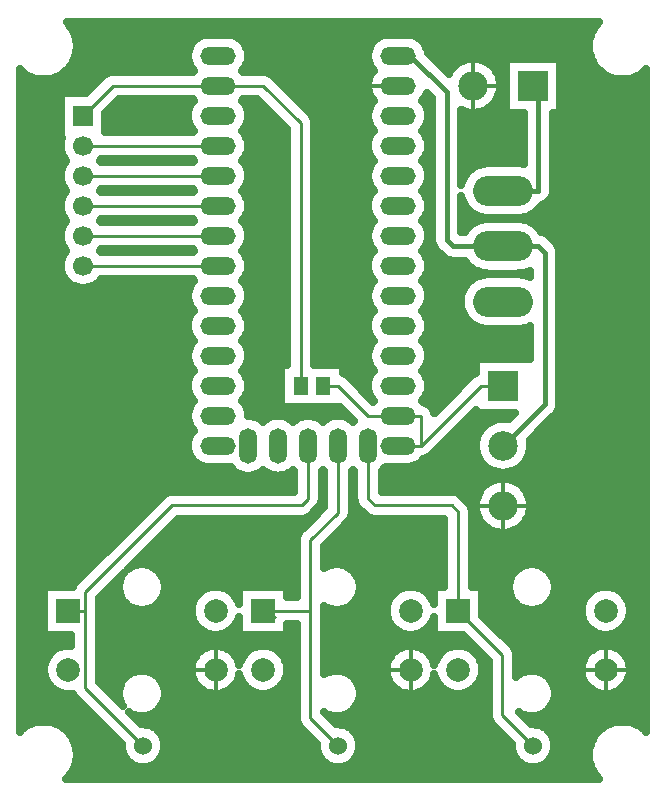
<source format=gbr>
%TF.GenerationSoftware,Novarm,DipTrace,3.3.1.3*%
%TF.CreationDate,2019-07-25T18:01:05+00:00*%
%FSLAX35Y35*%
%MOMM*%
%TF.FileFunction,Copper,L2,Bot*%
%TF.Part,Single*%
%TA.AperFunction,Conductor*%
%ADD13C,0.4*%
%ADD14C,0.22*%
%TA.AperFunction,CopperBalancing*%
%ADD15C,0.635*%
%ADD16C,0.33*%
%TA.AperFunction,ComponentPad*%
%ADD17O,3.0X1.5*%
%ADD21O,1.5X3.0*%
%ADD22R,2.0X2.0*%
%ADD26C,2.0*%
%ADD27R,2.5X2.5*%
%ADD31C,2.5*%
%ADD32C,1.524*%
%ADD36R,1.7X1.7*%
%ADD38C,1.7*%
%ADD39O,5.08X2.54*%
%ADD43R,1.3X1.5*%
G75*
G01*
%LPD*%
X5191000Y3921000D2*
D13*
X5543999Y4273999D1*
Y5555101D1*
X5489000Y5610100D1*
X5191000D1*
X4768001D1*
X4713000Y5665101D1*
Y6913991D1*
X4403991Y7223000D1*
X4302000D1*
Y3921000D2*
D14*
X4496010D1*
X5004010Y4429000D1*
X5191000D1*
X4496010Y3921000D2*
Y4175000D1*
X4302000D1*
X3667000Y4429000D2*
X3794000D1*
X4048000Y4175000D1*
X4302000D1*
X2778000Y6969000D2*
X1889000D1*
X1635000Y6715000D1*
X2778000Y6969000D2*
X3159000D1*
X3477000Y6651000D1*
Y4429000D1*
X2778000Y6461000D2*
X1861649D1*
X1635000D1*
X2778000Y6207000D2*
X2404239D1*
X1635000D1*
X2778000Y5953000D2*
X1950130D1*
X1635000D1*
X2778000Y5699000D2*
X1635000D1*
X2778000Y5445000D2*
X1635000D1*
X5445000Y6969000D2*
D13*
X5489000Y6925000D1*
Y6080000D1*
X5191000D1*
X2143000Y1381000D2*
D14*
X1652000Y1872000D1*
Y2524000D1*
Y2679011D1*
X2390980Y3417991D1*
X3485001D1*
X3540000Y3472990D1*
Y3921000D1*
X1508000Y2524000D2*
X1514640Y2579001D1*
Y2524000D1*
X1652000D1*
X3794000Y1381000D2*
X3558979Y1616021D1*
Y2524000D1*
Y3120118D1*
X3794000Y3355139D1*
Y3921000D1*
X3159000Y2524000D2*
X3204810D1*
X3259811Y2468999D1*
X3159000Y2524000D2*
X3558979D1*
X4810000D2*
X5184657Y2149343D1*
Y1641343D1*
X5445000Y1381000D1*
X4810000Y2524000D2*
Y3362990D1*
X4754999Y3417991D1*
X4102999D1*
X4048000Y3472990D1*
Y3921000D1*
X1551763Y7443083D2*
D15*
X5948242D1*
X1578013Y7379917D2*
X2609935D1*
X2946112D2*
X4133893D1*
X4470070D2*
X5921992D1*
X1588130Y7316750D2*
X2543854D1*
X3012192D2*
X4067813D1*
X4536151D2*
X5911875D1*
X1583846Y7253583D2*
X2519974D1*
X3035981D2*
X4044024D1*
X4560031D2*
X5916068D1*
X1564523Y7190417D2*
X2520339D1*
X3035617D2*
X4044388D1*
X4618729D2*
X4871081D1*
X5002909D2*
X5209323D1*
X5680669D2*
X5935482D1*
X1526151Y7127250D2*
X2545039D1*
X3010916D2*
X4069089D1*
X4681893D2*
X4764714D1*
X5109276D2*
X5209323D1*
X5680669D2*
X5973763D1*
X1104146Y7064083D2*
X1145313D1*
X1454692D2*
X1817422D1*
X3230578D2*
X4068633D1*
X5152023D2*
X5209323D1*
X5680669D2*
X6045313D1*
X6354692D2*
X6395860D1*
X1104146Y7000917D2*
X1751524D1*
X3296476D2*
X4044206D1*
X5170435D2*
X5209323D1*
X5680669D2*
X6395860D1*
X1104146Y6937750D2*
X1688360D1*
X3359640D2*
X4044115D1*
X5170526D2*
X5209323D1*
X5680669D2*
X6395860D1*
X1104146Y6874583D2*
X1439349D1*
X3422804D2*
X4068268D1*
X4535786D2*
X4570300D1*
X5152297D2*
X5209323D1*
X5680669D2*
X6395860D1*
X1104146Y6811417D2*
X1439349D1*
X1900851D2*
X2545495D1*
X3010552D2*
X3147149D1*
X3485968D2*
X4069453D1*
X4534510D2*
X4582331D1*
X5109914D2*
X5209323D1*
X5680669D2*
X6395860D1*
X1104146Y6748250D2*
X1439349D1*
X1837687D2*
X2520430D1*
X3035526D2*
X3210313D1*
X3549132D2*
X4044479D1*
X4559575D2*
X4582443D1*
X4843677D2*
X4868637D1*
X5005369D2*
X5209323D1*
X5680669D2*
X6395860D1*
X1104146Y6685083D2*
X1439349D1*
X1830669D2*
X2519883D1*
X3036164D2*
X3273477D1*
X3593521D2*
X4043841D1*
X4560122D2*
X4582381D1*
X4843677D2*
X5358347D1*
X5619601D2*
X6395860D1*
X1104146Y6621917D2*
X1439349D1*
X1830669D2*
X2543399D1*
X3012557D2*
X3336732D1*
X3598625D2*
X4067448D1*
X4536606D2*
X4582331D1*
X4843677D2*
X5358347D1*
X5619601D2*
X6395860D1*
X1104146Y6558750D2*
X1439349D1*
X3009640D2*
X3355326D1*
X3598625D2*
X4070365D1*
X4533690D2*
X4582331D1*
X4843677D2*
X5358347D1*
X5619601D2*
X6395860D1*
X1104146Y6495583D2*
X1442539D1*
X3035252D2*
X3355326D1*
X3598625D2*
X4044753D1*
X4559302D2*
X4582388D1*
X4843677D2*
X5358347D1*
X5619601D2*
X6395860D1*
X1104146Y6432417D2*
X1441537D1*
X3036346D2*
X3355326D1*
X3598625D2*
X4043659D1*
X4560304D2*
X4582418D1*
X4843677D2*
X5358347D1*
X5619601D2*
X6395860D1*
X1104146Y6369250D2*
X1463047D1*
X3013377D2*
X3355326D1*
X3598625D2*
X4066628D1*
X4537427D2*
X4582331D1*
X4843677D2*
X5358347D1*
X5619601D2*
X6395860D1*
X1104146Y6306083D2*
X1467331D1*
X3008729D2*
X3355326D1*
X3598625D2*
X4071185D1*
X4532778D2*
X4582331D1*
X4843677D2*
X5008893D1*
X5619601D2*
X6395860D1*
X1104146Y6242917D2*
X1442813D1*
X3034979D2*
X3355326D1*
X3598625D2*
X4045026D1*
X4559028D2*
X4582333D1*
X4843677D2*
X4893503D1*
X5619601D2*
X6395860D1*
X1104146Y6179750D2*
X1441354D1*
X3036528D2*
X3355326D1*
X3598625D2*
X4043477D1*
X4560578D2*
X4582304D1*
X5619601D2*
X6395860D1*
X1104146Y6116583D2*
X1462318D1*
X3014198D2*
X3355326D1*
X3598625D2*
X4065807D1*
X4538156D2*
X4582331D1*
X5619601D2*
X6395860D1*
X1104146Y6053417D2*
X1468151D1*
X3007909D2*
X3355326D1*
X3598625D2*
X4072097D1*
X4531867D2*
X4582331D1*
X5616776D2*
X6395860D1*
X1104146Y5990250D2*
X1443086D1*
X3034705D2*
X3355326D1*
X3598625D2*
X4045300D1*
X4558755D2*
X4582278D1*
X5581320D2*
X6395860D1*
X1104146Y5927083D2*
X1441172D1*
X3036802D2*
X3355326D1*
X3598625D2*
X4043203D1*
X4560760D2*
X4582343D1*
X4843677D2*
X4884115D1*
X5497922D2*
X6395860D1*
X1104146Y5863917D2*
X1461589D1*
X3014927D2*
X3355326D1*
X3598625D2*
X4065078D1*
X4538976D2*
X4582331D1*
X4843677D2*
X4975169D1*
X5406867D2*
X6395860D1*
X1104146Y5800750D2*
X1469063D1*
X3006997D2*
X3355326D1*
X3598625D2*
X4073008D1*
X4530955D2*
X4582331D1*
X4843677D2*
X4926680D1*
X5455265D2*
X6395860D1*
X1104146Y5737583D2*
X1443360D1*
X3034432D2*
X3355326D1*
X3598625D2*
X4045573D1*
X4558481D2*
X4582401D1*
X4843677D2*
X4864689D1*
X5517336D2*
X6395860D1*
X1104146Y5674417D2*
X1440990D1*
X3036984D2*
X3355326D1*
X3598625D2*
X4043021D1*
X4560942D2*
X4582381D1*
X5606841D2*
X6395860D1*
X1104146Y5611250D2*
X1460951D1*
X3015656D2*
X3355326D1*
X3598625D2*
X4064258D1*
X4539705D2*
X4594636D1*
X5661255D2*
X6395860D1*
X1104146Y5548083D2*
X1469883D1*
X3006086D2*
X3355326D1*
X3598625D2*
X4073919D1*
X4530044D2*
X4647865D1*
X5674653D2*
X6395860D1*
X1104146Y5484917D2*
X1443633D1*
X3034159D2*
X3355326D1*
X3598625D2*
X4045847D1*
X4558117D2*
X4863151D1*
X5674653D2*
X6395860D1*
X1104146Y5421750D2*
X1440807D1*
X3037166D2*
X3355326D1*
X3598625D2*
X4042839D1*
X4561125D2*
X4923399D1*
X5674653D2*
X6395860D1*
X1104146Y5358583D2*
X1460222D1*
X3016476D2*
X3355326D1*
X3598625D2*
X4063529D1*
X4540435D2*
X4981459D1*
X5674653D2*
X6395860D1*
X1104146Y5295417D2*
X1512630D1*
X1757388D2*
X2550873D1*
X3005083D2*
X3355326D1*
X3598625D2*
X4074922D1*
X4529132D2*
X4886211D1*
X5674653D2*
X6395860D1*
X1104146Y5232250D2*
X2522162D1*
X3033794D2*
X3355326D1*
X3598625D2*
X4046211D1*
X4557843D2*
X4845469D1*
X5674653D2*
X6395860D1*
X1104146Y5169083D2*
X2518698D1*
X3037257D2*
X3355326D1*
X3598625D2*
X4042748D1*
X4561307D2*
X4828151D1*
X5674653D2*
X6395860D1*
X1104146Y5105917D2*
X2538841D1*
X3017205D2*
X3355326D1*
X3598625D2*
X4062800D1*
X4541164D2*
X4828880D1*
X5674653D2*
X6395860D1*
X1104146Y5042750D2*
X2551875D1*
X3004172D2*
X3355326D1*
X3598625D2*
X4075834D1*
X4528130D2*
X4847930D1*
X5674653D2*
X6395860D1*
X1104146Y4979583D2*
X2522526D1*
X3033521D2*
X3355326D1*
X3598625D2*
X4046485D1*
X4557479D2*
X4891224D1*
X5674653D2*
X6395860D1*
X1104146Y4916417D2*
X2518516D1*
X3037440D2*
X3355326D1*
X3598625D2*
X4042565D1*
X4561489D2*
X4999232D1*
X5382804D2*
X5413399D1*
X5674653D2*
X6395860D1*
X1104146Y4853250D2*
X2538112D1*
X3017843D2*
X3355326D1*
X3598625D2*
X4062162D1*
X4541893D2*
X5413399D1*
X5674653D2*
X6395860D1*
X1104146Y4790083D2*
X2552878D1*
X3003169D2*
X3355326D1*
X3598625D2*
X4076836D1*
X4527127D2*
X5413399D1*
X5674653D2*
X6395860D1*
X1104146Y4726917D2*
X2522800D1*
X3033156D2*
X3355326D1*
X3598625D2*
X4046849D1*
X4557205D2*
X5413399D1*
X5674653D2*
X6395860D1*
X1104146Y4663750D2*
X2518425D1*
X3037622D2*
X3355326D1*
X3598625D2*
X4042383D1*
X4561580D2*
X5413399D1*
X5674653D2*
X6395860D1*
X1104146Y4600583D2*
X2537383D1*
X3018573D2*
X3301367D1*
X3842622D2*
X4061432D1*
X4542531D2*
X4955391D1*
X5674653D2*
X6395860D1*
X1104146Y4537417D2*
X2553880D1*
X3002166D2*
X3301367D1*
X3842622D2*
X4077839D1*
X4526125D2*
X4955391D1*
X5674653D2*
X6395860D1*
X1104146Y4474250D2*
X2523164D1*
X3032791D2*
X3301367D1*
X3918182D2*
X4047123D1*
X4556841D2*
X4879831D1*
X5674653D2*
X6395860D1*
X1104146Y4411083D2*
X2518242D1*
X3037713D2*
X3301367D1*
X3981346D2*
X4042292D1*
X4561763D2*
X4816667D1*
X5674653D2*
X6395860D1*
X1104146Y4347917D2*
X2536745D1*
X3019302D2*
X3301367D1*
X4543260D2*
X4753503D1*
X5674653D2*
X6395860D1*
X1104146Y4284750D2*
X2554883D1*
X3001164D2*
X3301367D1*
X4537700D2*
X4690339D1*
X5674653D2*
X6395860D1*
X1104146Y4221583D2*
X2523529D1*
X3032518D2*
X3832018D1*
X4607791D2*
X4627239D1*
X5663078D2*
X6395860D1*
X1104146Y4158417D2*
X2518151D1*
X3114276D2*
X3203750D1*
X3368299D2*
X3457682D1*
X3622323D2*
X3711706D1*
X4902830D2*
X5246328D1*
X5610578D2*
X6395860D1*
X1104146Y4095250D2*
X2536107D1*
X4839666D2*
X5035599D1*
X5547414D2*
X6395860D1*
X1104146Y4032083D2*
X2555886D1*
X4776502D2*
X4984102D1*
X5484250D2*
X6395860D1*
X1104146Y3968917D2*
X2523893D1*
X4713338D2*
X4960404D1*
X5421541D2*
X6395860D1*
X1104146Y3905750D2*
X2517969D1*
X4650174D2*
X4955847D1*
X5426099D2*
X6395860D1*
X1104146Y3842583D2*
X2535378D1*
X4587010D2*
X4969154D1*
X5412791D2*
X6395860D1*
X1104146Y3779417D2*
X2586693D1*
X4493312D2*
X5004336D1*
X5377700D2*
X6395860D1*
X1104146Y3716250D2*
X2901875D1*
X4178039D2*
X5081446D1*
X5300591D2*
X6395860D1*
X1104146Y3653083D2*
X3418399D1*
X4169653D2*
X6395860D1*
X1104146Y3589917D2*
X3418399D1*
X4169653D2*
X5038789D1*
X5343247D2*
X6395860D1*
X1104146Y3526750D2*
X2346341D1*
X4799562D2*
X4985560D1*
X5396476D2*
X6395860D1*
X1104146Y3463583D2*
X2267136D1*
X4878768D2*
X4961042D1*
X5420994D2*
X6395860D1*
X1104146Y3400417D2*
X2203972D1*
X3635903D2*
X3669870D1*
X3915630D2*
X3952057D1*
X4925435D2*
X4955664D1*
X5426281D2*
X6395860D1*
X1104146Y3337250D2*
X2140807D1*
X3573651D2*
X3606706D1*
X3914263D2*
X4014310D1*
X4931632D2*
X4968242D1*
X5413794D2*
X6395860D1*
X1104146Y3274083D2*
X2077643D1*
X2416463D2*
X3543542D1*
X3882362D2*
X4688334D1*
X4931632D2*
X5002240D1*
X5379797D2*
X6395860D1*
X1104146Y3210917D2*
X2014479D1*
X2353299D2*
X3480378D1*
X3819198D2*
X4688334D1*
X4931632D2*
X5076341D1*
X5305695D2*
X6395860D1*
X1104146Y3147750D2*
X1951315D1*
X2290135D2*
X3440729D1*
X3756034D2*
X4688334D1*
X4931632D2*
X6395860D1*
X1104146Y3084583D2*
X1888151D1*
X2226971D2*
X3437357D1*
X3692869D2*
X4688334D1*
X4931632D2*
X6395860D1*
X1104146Y3021417D2*
X1824987D1*
X2163807D2*
X3437357D1*
X3680656D2*
X4688334D1*
X4931632D2*
X6395860D1*
X1104146Y2958250D2*
X1761823D1*
X2100643D2*
X3437357D1*
X3680656D2*
X4688334D1*
X4931632D2*
X6395860D1*
X1104146Y2895083D2*
X1698659D1*
X2231437D2*
X3437357D1*
X3882453D2*
X4688334D1*
X4931632D2*
X5336563D1*
X5533468D2*
X6395860D1*
X1104146Y2831917D2*
X1635495D1*
X2300890D2*
X3437357D1*
X3951906D2*
X4688334D1*
X4931632D2*
X5267110D1*
X5602922D2*
X6395860D1*
X1104146Y2768750D2*
X1572331D1*
X1911151D2*
X1937552D1*
X2328416D2*
X3437357D1*
X3979432D2*
X4688334D1*
X4931632D2*
X5239584D1*
X5630448D2*
X6395860D1*
X1104146Y2705583D2*
X1297344D1*
X1847987D2*
X1933268D1*
X2332791D2*
X2658060D1*
X2857974D2*
X2948360D1*
X3369666D2*
X3437357D1*
X3983807D2*
X4309076D1*
X4508989D2*
X4599375D1*
X5020682D2*
X5235209D1*
X5634731D2*
X5960000D1*
X6159914D2*
X6395860D1*
X1104146Y2642417D2*
X1297344D1*
X1784823D2*
X1950313D1*
X2315656D2*
X2585143D1*
X3369666D2*
X3437357D1*
X3966672D2*
X4236159D1*
X5020682D2*
X5252344D1*
X5617687D2*
X5887175D1*
X6232830D2*
X6395860D1*
X1104146Y2579250D2*
X1297344D1*
X1773612D2*
X1997071D1*
X2268989D2*
X2554974D1*
X3919914D2*
X4205990D1*
X5020682D2*
X5299011D1*
X5570929D2*
X5857005D1*
X6263000D2*
X6395860D1*
X1104146Y2516083D2*
X1297344D1*
X1773612D2*
X2547500D1*
X3680656D2*
X4198516D1*
X5020682D2*
X5849531D1*
X6270474D2*
X6395860D1*
X1104146Y2452917D2*
X1297344D1*
X1773612D2*
X2560169D1*
X3680656D2*
X4211094D1*
X5050487D2*
X5862110D1*
X6257896D2*
X6395860D1*
X1104146Y2389750D2*
X1297344D1*
X1773612D2*
X2597630D1*
X2918312D2*
X2948360D1*
X3369666D2*
X3437357D1*
X3680656D2*
X4248646D1*
X4569328D2*
X4599375D1*
X5113651D2*
X5899662D1*
X6220343D2*
X6395860D1*
X1104146Y2326583D2*
X1297344D1*
X1773612D2*
X2699076D1*
X2816867D2*
X2948360D1*
X3369666D2*
X3437357D1*
X3680656D2*
X4350091D1*
X4467882D2*
X4599375D1*
X5176815D2*
X6001107D1*
X6118898D2*
X6395860D1*
X1104146Y2263417D2*
X1530404D1*
X1773612D2*
X3437357D1*
X3680656D2*
X4901159D1*
X5239979D2*
X6395860D1*
X1104146Y2200250D2*
X1398334D1*
X1773612D2*
X2648307D1*
X2867635D2*
X3049349D1*
X3268677D2*
X3437357D1*
X3680656D2*
X4299323D1*
X4518651D2*
X4700365D1*
X4919692D2*
X4964323D1*
X5294484D2*
X5950339D1*
X6169666D2*
X6395860D1*
X1104146Y2137083D2*
X1331524D1*
X1773612D2*
X2581498D1*
X2934445D2*
X2982539D1*
X3335487D2*
X3437357D1*
X3680656D2*
X4232513D1*
X4585461D2*
X4633555D1*
X4986502D2*
X5027487D1*
X5306333D2*
X5883529D1*
X6236476D2*
X6395860D1*
X1104146Y2073917D2*
X1303542D1*
X1773612D2*
X2553516D1*
X3363468D2*
X3437357D1*
X3680656D2*
X4204531D1*
X5014484D2*
X5063034D1*
X5306333D2*
X5855547D1*
X6264458D2*
X6395860D1*
X1104146Y2010750D2*
X1297800D1*
X1773612D2*
X2073086D1*
X2192974D2*
X2547774D1*
X3369211D2*
X3437357D1*
X3680656D2*
X3724011D1*
X3843989D2*
X4198789D1*
X5020226D2*
X5063034D1*
X5306333D2*
X5375026D1*
X5494914D2*
X5849805D1*
X6270200D2*
X6395860D1*
X1104146Y1947583D2*
X1312201D1*
X1773612D2*
X1976745D1*
X2289224D2*
X2562175D1*
X3354810D2*
X3437357D1*
X3940239D2*
X4213190D1*
X5005825D2*
X5063034D1*
X5591255D2*
X5864206D1*
X6255799D2*
X6395860D1*
X1104146Y1884417D2*
X1352487D1*
X1808976D2*
X1942018D1*
X2324041D2*
X2602461D1*
X2913481D2*
X3003503D1*
X3314523D2*
X3437357D1*
X3974966D2*
X4253477D1*
X4564497D2*
X4654518D1*
X4965539D2*
X5063034D1*
X5625981D2*
X5904492D1*
X6215513D2*
X6395860D1*
X1104146Y1821250D2*
X1476628D1*
X1872140D2*
X1932357D1*
X2333612D2*
X2726602D1*
X2789432D2*
X3127643D1*
X3190382D2*
X3437357D1*
X3984627D2*
X4377617D1*
X4440356D2*
X4778568D1*
X4841398D2*
X5063034D1*
X5635643D2*
X6028633D1*
X6091372D2*
X6395860D1*
X1104146Y1758083D2*
X1596485D1*
X2322127D2*
X3437357D1*
X3973143D2*
X5063034D1*
X5624159D2*
X6395860D1*
X1104146Y1694917D2*
X1659649D1*
X2284575D2*
X3437357D1*
X3935591D2*
X5063034D1*
X5586515D2*
X6395860D1*
X1104146Y1631750D2*
X1722813D1*
X2061632D2*
X2098607D1*
X2167453D2*
X3437357D1*
X3712648D2*
X3749531D1*
X3818468D2*
X5063399D1*
X5363664D2*
X5400547D1*
X5469393D2*
X6395860D1*
X1104146Y1568583D2*
X1195807D1*
X1404198D2*
X1785977D1*
X2124797D2*
X3447565D1*
X3775812D2*
X5088919D1*
X5426828D2*
X6095807D1*
X6304198D2*
X6395860D1*
X1503820Y1505417D2*
X1849232D1*
X2280109D2*
X3500156D1*
X3931125D2*
X5151172D1*
X5582140D2*
X5996185D1*
X1552218Y1442250D2*
X1912396D1*
X2319119D2*
X3563321D1*
X3970135D2*
X5214336D1*
X5621151D2*
X5947787D1*
X1578286Y1379083D2*
X1956146D1*
X2329875D2*
X3607162D1*
X3980799D2*
X5258177D1*
X5631815D2*
X5921719D1*
X1588221Y1315917D2*
X1968268D1*
X2317661D2*
X3619284D1*
X3968677D2*
X5270300D1*
X5619692D2*
X5911784D1*
X1583755Y1252750D2*
X2009649D1*
X2276372D2*
X3660664D1*
X3927388D2*
X5311680D1*
X5578312D2*
X5916250D1*
X1564159Y1189583D2*
X5935847D1*
X1525513Y1126417D2*
X5974492D1*
X2576425Y7096036D2*
X2566667Y7106560D1*
X2550130Y7129321D1*
X2537358Y7154389D1*
X2528664Y7181146D1*
X2524263Y7208933D1*
Y7237067D1*
X2528664Y7264854D1*
X2537358Y7291611D1*
X2550130Y7316679D1*
X2566667Y7339440D1*
X2586560Y7359333D1*
X2609321Y7375870D1*
X2634389Y7388642D1*
X2661146Y7397336D1*
X2688933Y7401737D1*
X2749667Y7402290D1*
X2867067Y7401737D1*
X2894854Y7397336D1*
X2921611Y7388642D1*
X2946679Y7375870D1*
X2969440Y7359333D1*
X2989333Y7339440D1*
X3005870Y7316679D1*
X3018642Y7291611D1*
X3027336Y7264854D1*
X3031737Y7237067D1*
Y7208933D1*
X3027336Y7181146D1*
X3018642Y7154389D1*
X3005870Y7129321D1*
X2989333Y7106560D1*
X2979777Y7095777D1*
X2990252Y7084274D1*
X3168046Y7083935D1*
X3185914Y7081105D1*
X3203120Y7075514D1*
X3219239Y7067301D1*
X3233875Y7056667D1*
X3290020Y7001025D1*
X3564667Y6725875D1*
X3575301Y6711239D1*
X3583514Y6695120D1*
X3589105Y6677914D1*
X3591935Y6660046D1*
X3592290Y6581000D1*
Y4608331D1*
X3836290Y4608290D1*
Y4536194D1*
X3854239Y4527301D1*
X3868875Y4516667D1*
X3925020Y4461025D1*
X4092525Y4293520D1*
X4100223Y4302223D1*
X4081951Y4323616D1*
X4067251Y4347604D1*
X4056485Y4373596D1*
X4049917Y4400953D1*
X4047710Y4429000D1*
X4049917Y4457047D1*
X4056485Y4484404D1*
X4067251Y4510396D1*
X4081951Y4534384D1*
X4100223Y4555777D1*
X4090667Y4566560D1*
X4074130Y4589321D1*
X4061358Y4614389D1*
X4052664Y4641146D1*
X4048263Y4668933D1*
Y4697067D1*
X4052664Y4724854D1*
X4061358Y4751611D1*
X4074130Y4776679D1*
X4090667Y4799440D1*
X4100223Y4810223D1*
X4081951Y4831616D1*
X4067251Y4855604D1*
X4056485Y4881596D1*
X4049917Y4908953D1*
X4047710Y4937000D1*
X4049917Y4965047D1*
X4056485Y4992404D1*
X4067251Y5018396D1*
X4081951Y5042384D1*
X4100223Y5063777D1*
X4090667Y5074560D1*
X4074130Y5097321D1*
X4061358Y5122389D1*
X4052664Y5149146D1*
X4048263Y5176933D1*
Y5205067D1*
X4052664Y5232854D1*
X4061358Y5259611D1*
X4074130Y5284679D1*
X4090667Y5307440D1*
X4100223Y5318223D1*
X4081951Y5339616D1*
X4067251Y5363604D1*
X4056485Y5389596D1*
X4049917Y5416953D1*
X4047710Y5445000D1*
X4049917Y5473047D1*
X4056485Y5500404D1*
X4067251Y5526396D1*
X4081951Y5550384D1*
X4100223Y5571777D1*
X4090667Y5582560D1*
X4074130Y5605321D1*
X4061358Y5630389D1*
X4052664Y5657146D1*
X4048263Y5684933D1*
Y5713067D1*
X4052664Y5740854D1*
X4061358Y5767611D1*
X4074130Y5792679D1*
X4090667Y5815440D1*
X4100223Y5826223D1*
X4081951Y5847616D1*
X4067251Y5871604D1*
X4056485Y5897596D1*
X4049917Y5924953D1*
X4047710Y5953000D1*
X4049917Y5981047D1*
X4056485Y6008404D1*
X4067251Y6034396D1*
X4081951Y6058384D1*
X4100223Y6079777D1*
X4090667Y6090560D1*
X4074130Y6113321D1*
X4061358Y6138389D1*
X4052664Y6165146D1*
X4048263Y6192933D1*
Y6221067D1*
X4052664Y6248854D1*
X4061358Y6275611D1*
X4074130Y6300679D1*
X4090667Y6323440D1*
X4100223Y6334223D1*
X4081951Y6355616D1*
X4067251Y6379604D1*
X4056485Y6405596D1*
X4049917Y6432953D1*
X4047710Y6461000D1*
X4049917Y6489047D1*
X4056485Y6516404D1*
X4067251Y6542396D1*
X4081951Y6566384D1*
X4100223Y6587777D1*
X4090667Y6598560D1*
X4074130Y6621321D1*
X4061358Y6646389D1*
X4052664Y6673146D1*
X4048263Y6700933D1*
Y6729067D1*
X4052664Y6756854D1*
X4061358Y6783611D1*
X4074130Y6808679D1*
X4090667Y6831440D1*
X4100425Y6841964D1*
X4086344Y6857821D1*
X4075551Y6873041D1*
X4066398Y6889301D1*
X4058985Y6906423D1*
X4053391Y6924223D1*
X4049678Y6942508D1*
X4047885Y6961080D1*
X4048032Y6979737D1*
X4050117Y6998279D1*
X4054117Y7016503D1*
X4059990Y7034213D1*
X4067672Y7051216D1*
X4077079Y7067330D1*
X4088110Y7082378D1*
X4100454Y7096003D1*
X4090667Y7106560D1*
X4074130Y7129321D1*
X4061358Y7154389D1*
X4052664Y7181146D1*
X4048263Y7208933D1*
Y7237067D1*
X4052664Y7264854D1*
X4061358Y7291611D1*
X4074130Y7316679D1*
X4090667Y7339440D1*
X4110560Y7359333D1*
X4133321Y7375870D1*
X4158389Y7388642D1*
X4185146Y7397336D1*
X4212933Y7401737D1*
X4273667Y7402289D1*
X4391067Y7401737D1*
X4418854Y7397336D1*
X4445611Y7388642D1*
X4470679Y7375870D1*
X4493440Y7359333D1*
X4513333Y7339440D1*
X4529870Y7316679D1*
X4542642Y7291611D1*
X4551336Y7264854D1*
X4554399Y7248371D1*
X4731695Y7071069D1*
X4743050Y7091300D1*
X4756477Y7110370D1*
X4771773Y7127977D1*
X4788778Y7143940D1*
X4807316Y7158093D1*
X4827197Y7170289D1*
X4848213Y7180402D1*
X4870148Y7188328D1*
X4892775Y7193985D1*
X4915860Y7197313D1*
X4939163Y7198280D1*
X4962444Y7196874D1*
X4985461Y7193110D1*
X5007978Y7187028D1*
X5029759Y7178689D1*
X5050581Y7168181D1*
X5070228Y7155612D1*
X5088496Y7141113D1*
X5105197Y7124832D1*
X5120158Y7106939D1*
X5133223Y7087619D1*
X5144258Y7067071D1*
X5153149Y7045509D1*
X5159803Y7023155D1*
X5164152Y7000241D1*
X5166150Y6977003D1*
X5165863Y6955009D1*
X5163257Y6931831D1*
X5158311Y6909039D1*
X5151075Y6886866D1*
X5141623Y6865544D1*
X5130055Y6845292D1*
X5116489Y6826320D1*
X5101066Y6808824D1*
X5083945Y6792986D1*
X5065304Y6778968D1*
X5045335Y6766917D1*
X5024246Y6756957D1*
X5002253Y6749191D1*
X4979586Y6743699D1*
X4956478Y6740539D1*
X4933168Y6739742D1*
X4909898Y6741317D1*
X4886908Y6745248D1*
X4864437Y6751495D1*
X4842717Y6759991D1*
X4837287Y6762538D1*
X4837290Y6125853D1*
X4844030Y6151473D1*
X4850316Y6168511D1*
X4857919Y6185003D1*
X4866793Y6200849D1*
X4876882Y6215949D1*
X4888126Y6230211D1*
X4900453Y6243547D1*
X4913789Y6255874D1*
X4928051Y6267118D1*
X4943151Y6277207D1*
X4958997Y6286081D1*
X4975489Y6293684D1*
X4992527Y6299970D1*
X5010006Y6304899D1*
X5027818Y6308442D1*
X5045853Y6310577D1*
X5087334Y6311289D1*
X5318000Y6311290D1*
X5336147Y6310577D1*
X5364688Y6306353D1*
X5364710Y6739622D1*
X5215711Y6739709D1*
Y7198289D1*
X5674291D1*
Y6739709D1*
X5613314D1*
X5612908Y6070248D1*
X5609857Y6050985D1*
X5603830Y6032436D1*
X5594975Y6015059D1*
X5583511Y5999280D1*
X5569720Y5985489D1*
X5553942Y5974025D1*
X5536564Y5965171D1*
X5517978Y5959136D1*
X5493874Y5929789D1*
X5481547Y5916453D1*
X5468211Y5904126D1*
X5453949Y5892882D1*
X5438849Y5882793D1*
X5423003Y5873919D1*
X5406511Y5866316D1*
X5389473Y5860030D1*
X5371994Y5855101D1*
X5354182Y5851558D1*
X5336147Y5849423D1*
X5294667Y5848709D1*
X5064000Y5848710D1*
X5045853Y5849423D1*
X5027818Y5851558D1*
X5010006Y5855101D1*
X4992527Y5860030D1*
X4975489Y5866316D1*
X4958997Y5873919D1*
X4943151Y5882793D1*
X4928051Y5892882D1*
X4913789Y5904126D1*
X4900453Y5916453D1*
X4888126Y5929789D1*
X4876882Y5944051D1*
X4866793Y5959151D1*
X4857919Y5974997D1*
X4850316Y5991489D1*
X4844030Y6008527D1*
X4837288Y6035121D1*
X4837290Y5734473D1*
X4868900Y5734390D1*
X4888126Y5760311D1*
X4900453Y5773647D1*
X4913789Y5785974D1*
X4928051Y5797218D1*
X4943151Y5807307D1*
X4958997Y5816181D1*
X4975489Y5823784D1*
X4992527Y5830070D1*
X5010006Y5834999D1*
X5027818Y5838542D1*
X5045853Y5840677D1*
X5087334Y5841389D1*
X5318000Y5841390D1*
X5336147Y5840677D1*
X5354182Y5838542D1*
X5371994Y5834999D1*
X5389473Y5830070D1*
X5406511Y5823784D1*
X5423003Y5816181D1*
X5438849Y5807307D1*
X5453949Y5797218D1*
X5468211Y5785974D1*
X5481547Y5773647D1*
X5493874Y5760311D1*
X5505118Y5746049D1*
X5514695Y5731715D1*
X5527408Y5728307D1*
X5545427Y5720843D1*
X5562056Y5710653D1*
X5576913Y5697958D1*
X5638510Y5635821D1*
X5649974Y5620043D1*
X5658828Y5602665D1*
X5664855Y5584116D1*
X5667906Y5564853D1*
X5668289Y5485101D1*
X5667906Y4264247D1*
X5664855Y4244984D1*
X5658828Y4226435D1*
X5649974Y4209058D1*
X5638510Y4193279D1*
X5582388Y4136615D1*
X5415141Y3969368D1*
X5419583Y3938990D1*
X5420290Y3921000D1*
X5419583Y3903010D1*
X5417467Y3885131D1*
X5413955Y3867473D1*
X5409068Y3850145D1*
X5402836Y3833255D1*
X5395299Y3816905D1*
X5386502Y3801196D1*
X5376500Y3786227D1*
X5365353Y3772088D1*
X5353133Y3758867D1*
X5339912Y3746647D1*
X5325773Y3735500D1*
X5310804Y3725498D1*
X5295095Y3716701D1*
X5278745Y3709164D1*
X5261855Y3702932D1*
X5244527Y3698045D1*
X5226869Y3694533D1*
X5208990Y3692417D1*
X5191000Y3691710D1*
X5173010Y3692417D1*
X5155131Y3694533D1*
X5137473Y3698045D1*
X5120145Y3702932D1*
X5103255Y3709164D1*
X5086905Y3716701D1*
X5071196Y3725498D1*
X5056227Y3735500D1*
X5042088Y3746647D1*
X5028867Y3758867D1*
X5016647Y3772088D1*
X5005500Y3786227D1*
X4995498Y3801196D1*
X4986701Y3816905D1*
X4979164Y3833255D1*
X4972932Y3850145D1*
X4968045Y3867473D1*
X4964533Y3885131D1*
X4962417Y3903010D1*
X4961710Y3921000D1*
X4962417Y3938990D1*
X4964533Y3956869D1*
X4968045Y3974527D1*
X4972932Y3991855D1*
X4979164Y4008745D1*
X4986701Y4025095D1*
X4995498Y4040804D1*
X5005500Y4055773D1*
X5016647Y4069912D1*
X5028867Y4083133D1*
X5042088Y4095353D1*
X5056227Y4106500D1*
X5071196Y4116502D1*
X5086905Y4125299D1*
X5103255Y4132836D1*
X5120145Y4139068D1*
X5137473Y4143955D1*
X5155131Y4147467D1*
X5173010Y4149583D1*
X5191000Y4150290D1*
X5208990Y4149583D1*
X5239216Y4145011D1*
X5293950Y4199722D1*
X4961711Y4199709D1*
Y4223681D1*
X4570885Y3833333D1*
X4556249Y3822699D1*
X4540130Y3814486D1*
X4522889Y3808888D1*
X4513333Y3804560D1*
X4493440Y3784667D1*
X4470679Y3768130D1*
X4445611Y3755358D1*
X4418854Y3746664D1*
X4391067Y3742263D1*
X4330334Y3741710D1*
X4227000D1*
X4198953Y3743917D1*
X4195771Y3744550D1*
X4184333Y3729560D1*
X4164440Y3709667D1*
X4163274Y3708748D1*
X4163290Y3533357D1*
X4754999Y3533281D1*
X4773034Y3531862D1*
X4790625Y3527638D1*
X4807339Y3520715D1*
X4822764Y3511263D1*
X4836545Y3499487D1*
X4897667Y3437865D1*
X4908301Y3423229D1*
X4916514Y3407109D1*
X4922104Y3389904D1*
X4924934Y3372035D1*
X4925290Y3292990D1*
Y2728342D1*
X5014291Y2728289D1*
Y2482834D1*
X5272324Y2224218D1*
X5282958Y2209582D1*
X5291171Y2193463D1*
X5296761Y2176257D1*
X5299592Y2158389D1*
X5299947Y2079343D1*
Y1963679D1*
X5320799Y1981184D1*
X5333484Y1989659D1*
X5346794Y1997114D1*
X5360648Y2003501D1*
X5374961Y2008781D1*
X5389644Y2012922D1*
X5404606Y2015898D1*
X5419756Y2017691D1*
X5435000Y2018290D1*
X5450244Y2017691D1*
X5465394Y2015898D1*
X5480356Y2012922D1*
X5495039Y2008781D1*
X5509352Y2003501D1*
X5523206Y1997114D1*
X5536516Y1989659D1*
X5549201Y1981184D1*
X5561181Y1971739D1*
X5572384Y1961384D1*
X5582739Y1950181D1*
X5592184Y1938201D1*
X5600659Y1925516D1*
X5608114Y1912206D1*
X5614501Y1898352D1*
X5619781Y1884039D1*
X5623922Y1869356D1*
X5626898Y1854394D1*
X5628691Y1839244D1*
X5629290Y1824000D1*
X5628691Y1808756D1*
X5626898Y1793606D1*
X5623922Y1778644D1*
X5619781Y1763961D1*
X5614501Y1749648D1*
X5608114Y1735794D1*
X5600659Y1722484D1*
X5592184Y1709799D1*
X5582739Y1697819D1*
X5572384Y1686616D1*
X5561181Y1676261D1*
X5549201Y1666816D1*
X5536516Y1658341D1*
X5523206Y1650886D1*
X5509352Y1644499D1*
X5495039Y1639219D1*
X5480356Y1635078D1*
X5465394Y1632102D1*
X5450244Y1630309D1*
X5435000Y1629710D1*
X5419756Y1630309D1*
X5404606Y1632102D1*
X5389644Y1635078D1*
X5374961Y1639219D1*
X5360648Y1644499D1*
X5346794Y1650886D1*
X5325110Y1663936D1*
X5428271Y1560775D1*
X5445000Y1561490D1*
X5473235Y1559268D1*
X5500774Y1552656D1*
X5526941Y1541818D1*
X5551089Y1527019D1*
X5572626Y1508626D1*
X5591019Y1487089D1*
X5605818Y1462941D1*
X5616656Y1436774D1*
X5623268Y1409235D1*
X5625490Y1381000D1*
X5623268Y1352765D1*
X5616656Y1325226D1*
X5605818Y1299059D1*
X5591019Y1274911D1*
X5572626Y1253374D1*
X5551089Y1234981D1*
X5526941Y1220182D1*
X5500774Y1209344D1*
X5473235Y1202732D1*
X5445000Y1200510D1*
X5416765Y1202732D1*
X5389226Y1209344D1*
X5363059Y1220182D1*
X5338911Y1234981D1*
X5317374Y1253374D1*
X5298981Y1274911D1*
X5284182Y1299059D1*
X5273344Y1325226D1*
X5266732Y1352765D1*
X5264510Y1381000D1*
X5265359Y1397635D1*
X5096989Y1566468D1*
X5086356Y1581104D1*
X5078142Y1597224D1*
X5072552Y1614429D1*
X5069722Y1632298D1*
X5069366Y1711343D1*
Y2101539D1*
X4850957Y2319709D1*
X4605711D1*
Y2468915D1*
X4597739Y2445822D1*
X4591024Y2431254D1*
X4583186Y2417259D1*
X4574274Y2403921D1*
X4564343Y2391324D1*
X4553455Y2379545D1*
X4541676Y2368657D1*
X4529079Y2358726D1*
X4515741Y2349814D1*
X4501746Y2341976D1*
X4487178Y2335261D1*
X4472129Y2329709D1*
X4456691Y2325355D1*
X4440958Y2322225D1*
X4425028Y2320340D1*
X4409000Y2319710D1*
X4392972Y2320340D1*
X4377042Y2322225D1*
X4361309Y2325355D1*
X4345871Y2329709D1*
X4330822Y2335261D1*
X4316254Y2341976D1*
X4302259Y2349814D1*
X4288921Y2358726D1*
X4276324Y2368657D1*
X4264545Y2379545D1*
X4253657Y2391324D1*
X4243726Y2403921D1*
X4234814Y2417259D1*
X4226976Y2431254D1*
X4220261Y2445822D1*
X4214709Y2460871D1*
X4210355Y2476309D1*
X4207225Y2492042D1*
X4205340Y2507972D1*
X4204710Y2524000D1*
X4205340Y2540028D1*
X4207225Y2555958D1*
X4210355Y2571691D1*
X4214709Y2587129D1*
X4220261Y2602178D1*
X4226976Y2616746D1*
X4234814Y2630741D1*
X4243726Y2644079D1*
X4253657Y2656676D1*
X4264545Y2668455D1*
X4276324Y2679343D1*
X4288921Y2689274D1*
X4302259Y2698186D1*
X4316254Y2706024D1*
X4330822Y2712739D1*
X4345871Y2718291D1*
X4361309Y2722645D1*
X4377042Y2725775D1*
X4392972Y2727660D1*
X4409000Y2728290D1*
X4425028Y2727660D1*
X4440958Y2725775D1*
X4456691Y2722645D1*
X4472129Y2718291D1*
X4487178Y2712739D1*
X4501746Y2706024D1*
X4515741Y2698186D1*
X4529079Y2689274D1*
X4541676Y2679343D1*
X4553455Y2668455D1*
X4564343Y2656676D1*
X4574274Y2644079D1*
X4583186Y2630741D1*
X4591024Y2616746D1*
X4597739Y2602178D1*
X4605724Y2578505D1*
X4605711Y2728289D1*
X4694760D1*
X4694710Y3302659D1*
X4093953Y3303057D1*
X4076085Y3305887D1*
X4058879Y3311477D1*
X4042760Y3319690D1*
X4028124Y3330324D1*
X3966478Y3391467D1*
X3954729Y3405224D1*
X3945276Y3420649D1*
X3938353Y3437363D1*
X3934130Y3454954D1*
X3932710Y3472990D1*
Y3708784D1*
X3920777Y3719223D1*
X3909274Y3708748D1*
X3908934Y3346093D1*
X3906104Y3328225D1*
X3900514Y3311019D1*
X3892301Y3294900D1*
X3881667Y3280264D1*
X3826025Y3224119D1*
X3674245Y3072340D1*
X3674268Y2884323D1*
X3695794Y2897114D1*
X3709648Y2903501D1*
X3723961Y2908781D1*
X3738644Y2912922D1*
X3753606Y2915898D1*
X3768756Y2917691D1*
X3784000Y2918290D1*
X3799244Y2917691D1*
X3814394Y2915898D1*
X3829356Y2912922D1*
X3844039Y2908781D1*
X3858352Y2903501D1*
X3872206Y2897114D1*
X3885516Y2889659D1*
X3898201Y2881184D1*
X3910181Y2871739D1*
X3921384Y2861384D1*
X3931739Y2850181D1*
X3941184Y2838201D1*
X3949659Y2825516D1*
X3957114Y2812206D1*
X3963501Y2798352D1*
X3968781Y2784039D1*
X3972922Y2769356D1*
X3975898Y2754394D1*
X3977691Y2739244D1*
X3978290Y2724000D1*
X3977691Y2708756D1*
X3975898Y2693606D1*
X3972922Y2678644D1*
X3968781Y2663961D1*
X3963501Y2649648D1*
X3957114Y2635794D1*
X3949659Y2622484D1*
X3941184Y2609799D1*
X3931739Y2597819D1*
X3921384Y2586616D1*
X3910181Y2576261D1*
X3898201Y2566816D1*
X3885516Y2558341D1*
X3872206Y2550886D1*
X3858352Y2544499D1*
X3844039Y2539219D1*
X3829356Y2535078D1*
X3814394Y2532102D1*
X3799244Y2530309D1*
X3784000Y2529710D1*
X3768756Y2530309D1*
X3753606Y2532102D1*
X3738644Y2535078D1*
X3723961Y2539219D1*
X3709648Y2544499D1*
X3695794Y2550886D1*
X3674308Y2563803D1*
X3674268Y1984326D1*
X3695794Y1997114D1*
X3709648Y2003501D1*
X3723961Y2008781D1*
X3738644Y2012922D1*
X3753606Y2015898D1*
X3768756Y2017691D1*
X3784000Y2018290D1*
X3799244Y2017691D1*
X3814394Y2015898D1*
X3829356Y2012922D1*
X3844039Y2008781D1*
X3858352Y2003501D1*
X3872206Y1997114D1*
X3885516Y1989659D1*
X3898201Y1981184D1*
X3910181Y1971739D1*
X3921384Y1961384D1*
X3931739Y1950181D1*
X3941184Y1938201D1*
X3949659Y1925516D1*
X3957114Y1912206D1*
X3963501Y1898352D1*
X3968781Y1884039D1*
X3972922Y1869356D1*
X3975898Y1854394D1*
X3977691Y1839244D1*
X3978290Y1824000D1*
X3977691Y1808756D1*
X3975898Y1793606D1*
X3972922Y1778644D1*
X3968781Y1763961D1*
X3963501Y1749648D1*
X3957114Y1735794D1*
X3949659Y1722484D1*
X3941184Y1709799D1*
X3931739Y1697819D1*
X3921384Y1686616D1*
X3910181Y1676261D1*
X3898201Y1666816D1*
X3885516Y1658341D1*
X3872206Y1650886D1*
X3858352Y1644499D1*
X3844039Y1639219D1*
X3829356Y1635078D1*
X3814394Y1632102D1*
X3799244Y1630309D1*
X3784000Y1629710D1*
X3768756Y1630309D1*
X3753606Y1632102D1*
X3738644Y1635078D1*
X3723961Y1639219D1*
X3709648Y1644499D1*
X3695794Y1650886D1*
X3674308Y1663803D1*
X3777328Y1560716D1*
X3794000Y1561490D1*
X3822235Y1559268D1*
X3849774Y1552656D1*
X3875941Y1541818D1*
X3900089Y1527019D1*
X3921626Y1508626D1*
X3940019Y1487089D1*
X3954818Y1462941D1*
X3965656Y1436774D1*
X3972268Y1409235D1*
X3974490Y1381000D1*
X3972268Y1352765D1*
X3965656Y1325226D1*
X3954818Y1299059D1*
X3940019Y1274911D1*
X3921626Y1253374D1*
X3900089Y1234981D1*
X3875941Y1220182D1*
X3849774Y1209344D1*
X3822235Y1202732D1*
X3794000Y1200510D1*
X3765765Y1202732D1*
X3738226Y1209344D1*
X3712059Y1220182D1*
X3687911Y1234981D1*
X3666374Y1253374D1*
X3647981Y1274911D1*
X3633182Y1299059D1*
X3622344Y1325226D1*
X3615732Y1352765D1*
X3613510Y1381000D1*
X3614359Y1397635D1*
X3471312Y1541147D1*
X3460678Y1555782D1*
X3452465Y1571902D1*
X3446875Y1589107D1*
X3444045Y1606976D1*
X3443689Y1686021D1*
Y2408716D1*
X3363289Y2408710D1*
X3363291Y2319709D1*
X2954711D1*
Y2468915D1*
X2946739Y2445822D1*
X2940024Y2431254D1*
X2932186Y2417259D1*
X2923274Y2403921D1*
X2913343Y2391324D1*
X2902455Y2379545D1*
X2890676Y2368657D1*
X2878079Y2358726D1*
X2864741Y2349814D1*
X2850746Y2341976D1*
X2836178Y2335261D1*
X2821129Y2329709D1*
X2805691Y2325355D1*
X2789958Y2322225D1*
X2774028Y2320340D1*
X2758000Y2319710D1*
X2741972Y2320340D1*
X2726042Y2322225D1*
X2710309Y2325355D1*
X2694871Y2329709D1*
X2679822Y2335261D1*
X2665254Y2341976D1*
X2651259Y2349814D1*
X2637921Y2358726D1*
X2625324Y2368657D1*
X2613545Y2379545D1*
X2602657Y2391324D1*
X2592726Y2403921D1*
X2583814Y2417259D1*
X2575976Y2431254D1*
X2569261Y2445822D1*
X2563709Y2460871D1*
X2559355Y2476309D1*
X2556225Y2492042D1*
X2554340Y2507972D1*
X2553710Y2524000D1*
X2554340Y2540028D1*
X2556225Y2555958D1*
X2559355Y2571691D1*
X2563709Y2587129D1*
X2569261Y2602178D1*
X2575976Y2616746D1*
X2583814Y2630741D1*
X2592726Y2644079D1*
X2602657Y2656676D1*
X2613545Y2668455D1*
X2625324Y2679343D1*
X2637921Y2689274D1*
X2651259Y2698186D1*
X2665254Y2706024D1*
X2679822Y2712739D1*
X2694871Y2718291D1*
X2710309Y2722645D1*
X2726042Y2725775D1*
X2741972Y2727660D1*
X2758000Y2728290D1*
X2774028Y2727660D1*
X2789958Y2725775D1*
X2805691Y2722645D1*
X2821129Y2718291D1*
X2836178Y2712739D1*
X2850746Y2706024D1*
X2864741Y2698186D1*
X2878079Y2689274D1*
X2890676Y2679343D1*
X2902455Y2668455D1*
X2913343Y2656676D1*
X2923274Y2644079D1*
X2932186Y2630741D1*
X2940024Y2616746D1*
X2946739Y2602178D1*
X2954724Y2578505D1*
X2954711Y2728289D1*
X3363291D1*
Y2639240D1*
X3443648Y2639290D1*
X3444045Y3129163D1*
X3446875Y3147032D1*
X3452465Y3164237D1*
X3460678Y3180356D1*
X3471312Y3194992D1*
X3526954Y3251137D1*
X3678734Y3402917D1*
X3678710Y3708693D1*
X3666777Y3719223D1*
X3655274Y3708748D1*
X3654934Y3463944D1*
X3652104Y3446076D1*
X3646514Y3428870D1*
X3638301Y3412751D1*
X3627667Y3398115D1*
X3566524Y3336469D1*
X3552767Y3324720D1*
X3537342Y3315267D1*
X3520628Y3308344D1*
X3503037Y3304121D1*
X3484966Y3302703D1*
X2438738Y3302701D1*
X2012266Y2876233D1*
X2031484Y2889659D1*
X2044794Y2897114D1*
X2058648Y2903501D1*
X2072961Y2908781D1*
X2087644Y2912922D1*
X2102606Y2915898D1*
X2117756Y2917691D1*
X2133000Y2918290D1*
X2148244Y2917691D1*
X2163394Y2915898D1*
X2178356Y2912922D1*
X2193039Y2908781D1*
X2207352Y2903501D1*
X2221206Y2897114D1*
X2234516Y2889659D1*
X2247201Y2881184D1*
X2259181Y2871739D1*
X2270384Y2861384D1*
X2280739Y2850181D1*
X2290184Y2838201D1*
X2298659Y2825516D1*
X2306114Y2812206D1*
X2312501Y2798352D1*
X2317781Y2784039D1*
X2321922Y2769356D1*
X2324898Y2754394D1*
X2326691Y2739244D1*
X2327290Y2724000D1*
X2326691Y2708756D1*
X2324898Y2693606D1*
X2321922Y2678644D1*
X2317781Y2663961D1*
X2312501Y2649648D1*
X2306114Y2635794D1*
X2298659Y2622484D1*
X2290184Y2609799D1*
X2280739Y2597819D1*
X2270384Y2586616D1*
X2259181Y2576261D1*
X2247201Y2566816D1*
X2234516Y2558341D1*
X2221206Y2550886D1*
X2207352Y2544499D1*
X2193039Y2539219D1*
X2178356Y2535078D1*
X2163394Y2532102D1*
X2148244Y2530309D1*
X2133000Y2529710D1*
X2117756Y2530309D1*
X2102606Y2532102D1*
X2087644Y2535078D1*
X2072961Y2539219D1*
X2058648Y2544499D1*
X2044794Y2550886D1*
X2031484Y2558341D1*
X2018799Y2566816D1*
X2006819Y2576261D1*
X1995616Y2586616D1*
X1985261Y2597819D1*
X1975816Y2609799D1*
X1967341Y2622484D1*
X1959886Y2635794D1*
X1953499Y2649648D1*
X1948219Y2663961D1*
X1944078Y2678644D1*
X1941102Y2693606D1*
X1939309Y2708756D1*
X1938710Y2724000D1*
X1939309Y2739244D1*
X1941102Y2754394D1*
X1944078Y2769356D1*
X1948219Y2784039D1*
X1953499Y2798352D1*
X1959886Y2812206D1*
X1967341Y2825516D1*
X1981682Y2845642D1*
X1767228Y2631194D1*
X1767290Y1919794D1*
X1972438Y1714606D1*
X1959886Y1735794D1*
X1953499Y1749648D1*
X1948219Y1763961D1*
X1944078Y1778644D1*
X1941102Y1793606D1*
X1939309Y1808756D1*
X1938710Y1824000D1*
X1939309Y1839244D1*
X1941102Y1854394D1*
X1944078Y1869356D1*
X1948219Y1884039D1*
X1953499Y1898352D1*
X1959886Y1912206D1*
X1967341Y1925516D1*
X1975816Y1938201D1*
X1985261Y1950181D1*
X1995616Y1961384D1*
X2006819Y1971739D1*
X2018799Y1981184D1*
X2031484Y1989659D1*
X2044794Y1997114D1*
X2058648Y2003501D1*
X2072961Y2008781D1*
X2087644Y2012922D1*
X2102606Y2015898D1*
X2117756Y2017691D1*
X2133000Y2018290D1*
X2148244Y2017691D1*
X2163394Y2015898D1*
X2178356Y2012922D1*
X2193039Y2008781D1*
X2207352Y2003501D1*
X2221206Y1997114D1*
X2234516Y1989659D1*
X2247201Y1981184D1*
X2259181Y1971739D1*
X2270384Y1961384D1*
X2280739Y1950181D1*
X2290184Y1938201D1*
X2298659Y1925516D1*
X2306114Y1912206D1*
X2312501Y1898352D1*
X2317781Y1884039D1*
X2321922Y1869356D1*
X2324898Y1854394D1*
X2326691Y1839244D1*
X2327290Y1824000D1*
X2326691Y1808756D1*
X2324898Y1793606D1*
X2321922Y1778644D1*
X2317781Y1763961D1*
X2312501Y1749648D1*
X2306114Y1735794D1*
X2298659Y1722484D1*
X2290184Y1709799D1*
X2280739Y1697819D1*
X2270384Y1686616D1*
X2259181Y1676261D1*
X2247201Y1666816D1*
X2234516Y1658341D1*
X2221206Y1650886D1*
X2207352Y1644499D1*
X2193039Y1639219D1*
X2178356Y1635078D1*
X2163394Y1632102D1*
X2148244Y1630309D1*
X2133000Y1629710D1*
X2117756Y1630309D1*
X2102606Y1632102D1*
X2087644Y1635078D1*
X2072961Y1639219D1*
X2058648Y1644499D1*
X2044794Y1650886D1*
X2023110Y1663936D1*
X2126344Y1560700D1*
X2143000Y1561490D1*
X2171235Y1559268D1*
X2198774Y1552656D1*
X2224941Y1541818D1*
X2249089Y1527019D1*
X2270626Y1508626D1*
X2289019Y1487089D1*
X2303818Y1462941D1*
X2314656Y1436774D1*
X2321268Y1409235D1*
X2323490Y1381000D1*
X2321268Y1352765D1*
X2314656Y1325226D1*
X2303818Y1299059D1*
X2289019Y1274911D1*
X2270626Y1253374D1*
X2249089Y1234981D1*
X2224941Y1220182D1*
X2198774Y1209344D1*
X2171235Y1202732D1*
X2143000Y1200510D1*
X2114765Y1202732D1*
X2087226Y1209344D1*
X2061059Y1220182D1*
X2036911Y1234981D1*
X2015374Y1253374D1*
X1996981Y1274911D1*
X1982182Y1299059D1*
X1971344Y1325226D1*
X1964732Y1352765D1*
X1962510Y1381000D1*
X1963359Y1397635D1*
X1564333Y1797125D1*
X1553700Y1811761D1*
X1549261Y1819691D1*
X1539958Y1822225D1*
X1524028Y1820340D1*
X1508000Y1819710D1*
X1491972Y1820340D1*
X1476042Y1822225D1*
X1460309Y1825355D1*
X1444871Y1829709D1*
X1429822Y1835261D1*
X1415254Y1841976D1*
X1401259Y1849814D1*
X1387921Y1858726D1*
X1375324Y1868657D1*
X1363545Y1879545D1*
X1352657Y1891324D1*
X1342726Y1903921D1*
X1333814Y1917259D1*
X1325976Y1931254D1*
X1319261Y1945822D1*
X1313709Y1960871D1*
X1309355Y1976309D1*
X1306225Y1992042D1*
X1304340Y2007972D1*
X1303710Y2024000D1*
X1304340Y2040028D1*
X1306225Y2055958D1*
X1309355Y2071691D1*
X1313709Y2087129D1*
X1319261Y2102178D1*
X1325976Y2116746D1*
X1333814Y2130741D1*
X1342726Y2144079D1*
X1352657Y2156676D1*
X1363545Y2168455D1*
X1375324Y2179343D1*
X1387921Y2189274D1*
X1401259Y2198186D1*
X1415254Y2206024D1*
X1429822Y2212739D1*
X1444871Y2218291D1*
X1460309Y2222645D1*
X1476042Y2225775D1*
X1491972Y2227660D1*
X1508000Y2228290D1*
X1536660Y2226165D1*
X1536710Y2319799D1*
X1303711Y2319709D1*
Y2728289D1*
X1547708D1*
X1558729Y2746777D1*
X1570478Y2760533D1*
X2316105Y3505658D1*
X2330741Y3516292D1*
X2346861Y3524505D1*
X2364066Y3530095D1*
X2381935Y3532926D1*
X2460980Y3533281D1*
X3424665D1*
X3424711Y3708784D1*
X3412777Y3719223D1*
X3391384Y3700951D1*
X3367396Y3686251D1*
X3341404Y3675485D1*
X3314047Y3668917D1*
X3286000Y3666710D1*
X3257953Y3668917D1*
X3230596Y3675485D1*
X3204604Y3686251D1*
X3180616Y3700951D1*
X3159223Y3719223D1*
X3148440Y3709667D1*
X3125679Y3693130D1*
X3100611Y3680358D1*
X3073854Y3671664D1*
X3046067Y3667263D1*
X3017933D1*
X2990146Y3671664D1*
X2963389Y3680358D1*
X2938321Y3693130D1*
X2915560Y3709667D1*
X2895667Y3729560D1*
X2884354Y3744502D1*
X2867067Y3742263D1*
X2806334Y3741709D1*
X2703000Y3741710D1*
X2674953Y3743917D1*
X2647596Y3750485D1*
X2621604Y3761251D1*
X2597616Y3775951D1*
X2576223Y3794223D1*
X2557951Y3815616D1*
X2543251Y3839604D1*
X2532485Y3865596D1*
X2525917Y3892953D1*
X2523710Y3921000D1*
X2525917Y3949047D1*
X2532485Y3976404D1*
X2543251Y4002396D1*
X2557951Y4026384D1*
X2576223Y4047777D1*
X2566667Y4058560D1*
X2550130Y4081321D1*
X2537358Y4106389D1*
X2528664Y4133146D1*
X2524263Y4160933D1*
Y4189067D1*
X2528664Y4216854D1*
X2537358Y4243611D1*
X2550130Y4268679D1*
X2566667Y4291440D1*
X2576223Y4302223D1*
X2557951Y4323616D1*
X2543251Y4347604D1*
X2532485Y4373596D1*
X2525917Y4400953D1*
X2523710Y4429000D1*
X2525917Y4457047D1*
X2532485Y4484404D1*
X2543251Y4510396D1*
X2557951Y4534384D1*
X2576223Y4555777D1*
X2566667Y4566560D1*
X2550130Y4589321D1*
X2537358Y4614389D1*
X2528664Y4641146D1*
X2524263Y4668933D1*
Y4697067D1*
X2528664Y4724854D1*
X2537358Y4751611D1*
X2550130Y4776679D1*
X2566667Y4799440D1*
X2576223Y4810223D1*
X2557951Y4831616D1*
X2543251Y4855604D1*
X2532485Y4881596D1*
X2525917Y4908953D1*
X2523710Y4937000D1*
X2525917Y4965047D1*
X2532485Y4992404D1*
X2543251Y5018396D1*
X2557951Y5042384D1*
X2576223Y5063777D1*
X2566667Y5074560D1*
X2550130Y5097321D1*
X2537358Y5122389D1*
X2528664Y5149146D1*
X2524263Y5176933D1*
Y5205067D1*
X2528664Y5232854D1*
X2537358Y5259611D1*
X2550130Y5284679D1*
X2566667Y5307440D1*
X2576223Y5318223D1*
X2565748Y5329726D1*
X1785148Y5329710D1*
X1768848Y5311152D1*
X1757934Y5301063D1*
X1746262Y5291861D1*
X1733904Y5283604D1*
X1720936Y5276341D1*
X1707438Y5270119D1*
X1693494Y5264975D1*
X1679189Y5260940D1*
X1664611Y5258040D1*
X1649852Y5256294D1*
X1635000Y5255710D1*
X1620148Y5256294D1*
X1605389Y5258040D1*
X1590811Y5260940D1*
X1576506Y5264975D1*
X1562562Y5270119D1*
X1549064Y5276341D1*
X1536096Y5283604D1*
X1523738Y5291861D1*
X1512066Y5301063D1*
X1501152Y5311152D1*
X1491063Y5322066D1*
X1481861Y5333738D1*
X1473604Y5346096D1*
X1466341Y5359064D1*
X1460119Y5372562D1*
X1454975Y5386506D1*
X1450940Y5400811D1*
X1448040Y5415389D1*
X1446294Y5430148D1*
X1445710Y5445000D1*
X1446294Y5459852D1*
X1448040Y5474611D1*
X1450940Y5489189D1*
X1454975Y5503494D1*
X1460119Y5517438D1*
X1466341Y5530936D1*
X1473604Y5543904D1*
X1481861Y5556262D1*
X1494728Y5571899D1*
X1481861Y5587738D1*
X1473604Y5600096D1*
X1466341Y5613064D1*
X1460119Y5626562D1*
X1454975Y5640506D1*
X1450940Y5654811D1*
X1448040Y5669389D1*
X1446294Y5684148D1*
X1445710Y5699000D1*
X1446294Y5713852D1*
X1448040Y5728611D1*
X1450940Y5743189D1*
X1454975Y5757494D1*
X1460119Y5771438D1*
X1466341Y5784936D1*
X1473604Y5797904D1*
X1481861Y5810262D1*
X1494728Y5825899D1*
X1481861Y5841738D1*
X1473604Y5854096D1*
X1466341Y5867064D1*
X1460119Y5880562D1*
X1454975Y5894506D1*
X1450940Y5908811D1*
X1448040Y5923389D1*
X1446294Y5938148D1*
X1445710Y5953000D1*
X1446294Y5967852D1*
X1448040Y5982611D1*
X1450940Y5997189D1*
X1454975Y6011494D1*
X1460119Y6025438D1*
X1466341Y6038936D1*
X1473604Y6051904D1*
X1481861Y6064262D1*
X1494728Y6079899D1*
X1481861Y6095738D1*
X1473604Y6108096D1*
X1466341Y6121064D1*
X1460119Y6134562D1*
X1454975Y6148506D1*
X1450940Y6162811D1*
X1448040Y6177389D1*
X1446294Y6192148D1*
X1445710Y6207000D1*
X1446294Y6221852D1*
X1448040Y6236611D1*
X1450940Y6251189D1*
X1454975Y6265494D1*
X1460119Y6279438D1*
X1466341Y6292936D1*
X1473604Y6305904D1*
X1481861Y6318262D1*
X1494728Y6333899D1*
X1481861Y6349738D1*
X1473604Y6362096D1*
X1466341Y6375064D1*
X1460119Y6388562D1*
X1454975Y6402506D1*
X1450940Y6416811D1*
X1448040Y6431389D1*
X1446294Y6446148D1*
X1445710Y6461000D1*
X1446294Y6475852D1*
X1448040Y6490611D1*
X1450940Y6505189D1*
X1457285Y6525758D1*
X1445711Y6525709D1*
Y6904289D1*
X1661271D1*
X1814125Y7056668D1*
X1828761Y7067301D1*
X1844880Y7075514D1*
X1862086Y7081105D1*
X1879954Y7083935D1*
X1959000Y7084290D1*
X2565758D1*
X2576425Y7095964D1*
Y6842036D2*
X2565748Y6853726D1*
X1936815Y6853710D1*
X1824291Y6740956D1*
Y6576255D1*
X2565751Y6576290D1*
X2576223Y6588223D1*
X2557951Y6609616D1*
X2543251Y6633604D1*
X2532485Y6659596D1*
X2525917Y6686953D1*
X2523710Y6715000D1*
X2525917Y6743047D1*
X2532485Y6770404D1*
X2543251Y6796396D1*
X2557951Y6820384D1*
X2576223Y6841777D1*
X2576425Y6841964D1*
X2990252Y6853726D2*
X2979777Y6841777D1*
X2998049Y6820384D1*
X3012749Y6796396D1*
X3023515Y6770404D1*
X3030083Y6743047D1*
X3032290Y6715000D1*
X3030083Y6686953D1*
X3023515Y6659596D1*
X3012749Y6633604D1*
X2998049Y6609616D1*
X2979777Y6588223D1*
X2989333Y6577440D1*
X3005870Y6554679D1*
X3018642Y6529611D1*
X3027336Y6502854D1*
X3031737Y6475067D1*
Y6446933D1*
X3027336Y6419146D1*
X3018642Y6392389D1*
X3005870Y6367321D1*
X2989333Y6344560D1*
X2979777Y6333777D1*
X2998049Y6312384D1*
X3012749Y6288396D1*
X3023515Y6262404D1*
X3030083Y6235047D1*
X3032290Y6207000D1*
X3030083Y6178953D1*
X3023515Y6151596D1*
X3012749Y6125604D1*
X2998049Y6101616D1*
X2979777Y6080223D1*
X2989333Y6069440D1*
X3005870Y6046679D1*
X3018642Y6021611D1*
X3027336Y5994854D1*
X3031737Y5967067D1*
Y5938933D1*
X3027336Y5911146D1*
X3018642Y5884389D1*
X3005870Y5859321D1*
X2989333Y5836560D1*
X2979777Y5825777D1*
X2998049Y5804384D1*
X3012749Y5780396D1*
X3023515Y5754404D1*
X3030083Y5727047D1*
X3032290Y5699000D1*
X3030083Y5670953D1*
X3023515Y5643596D1*
X3012749Y5617604D1*
X2998049Y5593616D1*
X2979777Y5572223D1*
X2989333Y5561440D1*
X3005870Y5538679D1*
X3018642Y5513611D1*
X3027336Y5486854D1*
X3031737Y5459067D1*
Y5430933D1*
X3027336Y5403146D1*
X3018642Y5376389D1*
X3005870Y5351321D1*
X2989333Y5328560D1*
X2979777Y5317777D1*
X2998049Y5296384D1*
X3012749Y5272396D1*
X3023515Y5246404D1*
X3030083Y5219047D1*
X3032290Y5191000D1*
X3030083Y5162953D1*
X3023515Y5135596D1*
X3012749Y5109604D1*
X2998049Y5085616D1*
X2979777Y5064223D1*
X2989333Y5053440D1*
X3005870Y5030679D1*
X3018642Y5005611D1*
X3027336Y4978854D1*
X3031737Y4951067D1*
Y4922933D1*
X3027336Y4895146D1*
X3018642Y4868389D1*
X3005870Y4843321D1*
X2989333Y4820560D1*
X2979777Y4809777D1*
X2998049Y4788384D1*
X3012749Y4764396D1*
X3023515Y4738404D1*
X3030083Y4711047D1*
X3032290Y4683000D1*
X3030083Y4654953D1*
X3023515Y4627596D1*
X3012749Y4601604D1*
X2998049Y4577616D1*
X2979777Y4556223D1*
X2989333Y4545440D1*
X3005870Y4522679D1*
X3018642Y4497611D1*
X3027336Y4470854D1*
X3031737Y4443067D1*
Y4414933D1*
X3027336Y4387146D1*
X3018642Y4360389D1*
X3005870Y4335321D1*
X2989333Y4312560D1*
X2979777Y4301777D1*
X2998049Y4280384D1*
X3012749Y4256396D1*
X3023515Y4230404D1*
X3030083Y4203047D1*
X3032279Y4175275D1*
X3060047Y4173083D1*
X3087404Y4166515D1*
X3113396Y4155749D1*
X3137384Y4141049D1*
X3158777Y4122777D1*
X3169560Y4132333D1*
X3192321Y4148870D1*
X3217389Y4161642D1*
X3244146Y4170336D1*
X3271933Y4174737D1*
X3300067D1*
X3327854Y4170336D1*
X3354611Y4161642D1*
X3379679Y4148870D1*
X3402440Y4132333D1*
X3413223Y4122777D1*
X3434616Y4141049D1*
X3458604Y4155749D1*
X3484596Y4166515D1*
X3511953Y4173083D1*
X3540000Y4175290D1*
X3568047Y4173083D1*
X3595404Y4166515D1*
X3621396Y4155749D1*
X3645384Y4141049D1*
X3666777Y4122777D1*
X3677560Y4132333D1*
X3700321Y4148870D1*
X3725389Y4161642D1*
X3752146Y4170336D1*
X3779933Y4174737D1*
X3808067D1*
X3835854Y4170336D1*
X3862611Y4161642D1*
X3887679Y4148870D1*
X3910440Y4132333D1*
X3921223Y4122777D1*
X3929501Y4130429D1*
X3810187Y4249768D1*
X3307710Y4249710D1*
Y4608290D1*
X3361760D1*
X3361710Y6603284D1*
X3111189Y6853766D1*
X2990289Y6853710D1*
X2576425Y6334036D2*
X2565748Y6345726D1*
X1785178Y6345710D1*
X1775272Y6334101D1*
X1784940Y6322320D1*
X2565658Y6322290D1*
X2576425Y6333964D1*
Y6080036D2*
X2565748Y6091726D1*
X1785085Y6091710D1*
X1775272Y6080101D1*
X1784940Y6068320D1*
X2565638Y6068290D1*
X2576425Y6079964D1*
Y5826036D2*
X2565748Y5837726D1*
X1785065Y5837710D1*
X1775272Y5826101D1*
X1784940Y5814320D1*
X2565690Y5814290D1*
X2576425Y5825964D1*
Y5572036D2*
X2565748Y5583726D1*
X1785148Y5583710D1*
X1775272Y5572101D1*
X1784940Y5560320D1*
X2565690Y5560290D1*
X2576425Y5571964D1*
X4544950Y6906284D2*
X4536970Y6888040D1*
X4527690Y6871853D1*
X4516777Y6856718D1*
X4503559Y6842020D1*
X4522049Y6820384D1*
X4536749Y6796396D1*
X4547515Y6770404D1*
X4554083Y6743047D1*
X4556290Y6715000D1*
X4554083Y6686953D1*
X4547515Y6659596D1*
X4536749Y6633604D1*
X4522049Y6609616D1*
X4503777Y6588223D1*
X4513333Y6577440D1*
X4529870Y6554679D1*
X4542642Y6529611D1*
X4551336Y6502854D1*
X4555737Y6475067D1*
Y6446933D1*
X4551336Y6419146D1*
X4542642Y6392389D1*
X4529870Y6367321D1*
X4513333Y6344560D1*
X4503777Y6333777D1*
X4522049Y6312384D1*
X4536749Y6288396D1*
X4547515Y6262404D1*
X4554083Y6235047D1*
X4556290Y6207000D1*
X4554083Y6178953D1*
X4547515Y6151596D1*
X4536749Y6125604D1*
X4522049Y6101616D1*
X4503777Y6080223D1*
X4513333Y6069440D1*
X4529870Y6046679D1*
X4542642Y6021611D1*
X4551336Y5994854D1*
X4555737Y5967067D1*
Y5938933D1*
X4551336Y5911146D1*
X4542642Y5884389D1*
X4529870Y5859321D1*
X4513333Y5836560D1*
X4503777Y5825777D1*
X4522049Y5804384D1*
X4536749Y5780396D1*
X4547515Y5754404D1*
X4554083Y5727047D1*
X4556290Y5699000D1*
X4554083Y5670953D1*
X4547515Y5643596D1*
X4536749Y5617604D1*
X4522049Y5593616D1*
X4503777Y5572223D1*
X4513333Y5561440D1*
X4529870Y5538679D1*
X4542642Y5513611D1*
X4551336Y5486854D1*
X4555737Y5459067D1*
Y5430933D1*
X4551336Y5403146D1*
X4542642Y5376389D1*
X4529870Y5351321D1*
X4513333Y5328560D1*
X4503777Y5317777D1*
X4522049Y5296384D1*
X4536749Y5272396D1*
X4547515Y5246404D1*
X4554083Y5219047D1*
X4556290Y5191000D1*
X4554083Y5162953D1*
X4547515Y5135596D1*
X4536749Y5109604D1*
X4522049Y5085616D1*
X4503777Y5064223D1*
X4513333Y5053440D1*
X4529870Y5030679D1*
X4542642Y5005611D1*
X4551336Y4978854D1*
X4555737Y4951067D1*
Y4922933D1*
X4551336Y4895146D1*
X4542642Y4868389D1*
X4529870Y4843321D1*
X4513333Y4820560D1*
X4503777Y4809777D1*
X4522049Y4788384D1*
X4536749Y4764396D1*
X4547515Y4738404D1*
X4554083Y4711047D1*
X4556290Y4683000D1*
X4554083Y4654953D1*
X4547515Y4627596D1*
X4536749Y4601604D1*
X4522049Y4577616D1*
X4503777Y4556223D1*
X4513333Y4545440D1*
X4529870Y4522679D1*
X4542642Y4497611D1*
X4551336Y4470854D1*
X4555737Y4443067D1*
Y4414933D1*
X4551336Y4387146D1*
X4542642Y4360389D1*
X4529870Y4335321D1*
X4513333Y4312560D1*
X4503777Y4301777D1*
X4515546Y4288632D1*
X4531637Y4284648D1*
X4548351Y4277724D1*
X4563776Y4268272D1*
X4577533Y4256523D1*
X4589282Y4242766D1*
X4598734Y4227341D1*
X4605658Y4210627D1*
X4608122Y4201879D1*
X4612477Y4200512D1*
X4929135Y4516667D1*
X4943771Y4527301D1*
X4959923Y4535527D1*
X4961711Y4549709D1*
Y4658289D1*
X5419755D1*
X5419709Y4932528D1*
X5406511Y4926516D1*
X5389473Y4920230D1*
X5371994Y4915301D1*
X5354182Y4911758D1*
X5336147Y4909623D1*
X5294667Y4908910D1*
X5064000D1*
X5045853Y4909623D1*
X5027818Y4911758D1*
X5010006Y4915301D1*
X4992527Y4920230D1*
X4975489Y4926516D1*
X4958997Y4934119D1*
X4943151Y4942993D1*
X4928051Y4953082D1*
X4913789Y4964326D1*
X4900453Y4976653D1*
X4888126Y4989989D1*
X4876882Y5004251D1*
X4866793Y5019351D1*
X4857919Y5035197D1*
X4850316Y5051689D1*
X4844030Y5068727D1*
X4839101Y5086206D1*
X4835558Y5104018D1*
X4833423Y5122053D1*
X4832710Y5140200D1*
X4833423Y5158347D1*
X4835558Y5176382D1*
X4839101Y5194194D1*
X4844030Y5211673D1*
X4850316Y5228711D1*
X4857919Y5245203D1*
X4866793Y5261049D1*
X4876882Y5276149D1*
X4888126Y5290411D1*
X4900453Y5303747D1*
X4913789Y5316074D1*
X4928051Y5327318D1*
X4943151Y5337407D1*
X4958997Y5346281D1*
X4975489Y5353884D1*
X4992527Y5360170D1*
X5010006Y5365099D1*
X5027818Y5368642D1*
X5045853Y5370777D1*
X5087333Y5371490D1*
X5318000D1*
X5336147Y5370777D1*
X5354182Y5368642D1*
X5371994Y5365099D1*
X5389473Y5360170D1*
X5406511Y5353884D1*
X5419718Y5347796D1*
X5419709Y5402293D1*
X5389473Y5390130D1*
X5371994Y5385201D1*
X5354182Y5381658D1*
X5336147Y5379523D1*
X5294667Y5378809D1*
X5064000Y5378810D1*
X5045853Y5379523D1*
X5027818Y5381658D1*
X5010006Y5385201D1*
X4992527Y5390130D1*
X4975489Y5396416D1*
X4958997Y5404019D1*
X4943151Y5412893D1*
X4928051Y5422982D1*
X4913789Y5434226D1*
X4900453Y5446553D1*
X4888126Y5459889D1*
X4876882Y5474151D1*
X4869118Y5485771D1*
X4758249Y5486193D1*
X4738986Y5489244D1*
X4720437Y5495271D1*
X4703060Y5504125D1*
X4687281Y5515589D1*
X4625114Y5577215D1*
X4612447Y5592045D1*
X4602257Y5608675D1*
X4594793Y5626693D1*
X4590240Y5645658D1*
X4588710Y5665101D1*
Y6862484D1*
X4545002Y6906216D1*
X2958491Y1984853D2*
X2953348Y1964221D1*
X2945262Y1942347D1*
X2934736Y1921537D1*
X2921907Y1902062D1*
X2906942Y1884176D1*
X2890036Y1868113D1*
X2871410Y1854081D1*
X2851305Y1842263D1*
X2829985Y1832813D1*
X2807727Y1825854D1*
X2784820Y1821478D1*
X2761564Y1819741D1*
X2738262Y1820666D1*
X2715217Y1824240D1*
X2692729Y1830418D1*
X2671092Y1839118D1*
X2650588Y1850227D1*
X2631483Y1863601D1*
X2614027Y1879065D1*
X2598447Y1896418D1*
X2584946Y1915433D1*
X2573701Y1935863D1*
X2564857Y1957442D1*
X2558529Y1979888D1*
X2554802Y2002908D1*
X2553722Y2026204D1*
X2555304Y2049471D1*
X2559528Y2072406D1*
X2566338Y2094710D1*
X2575645Y2116093D1*
X2587329Y2136276D1*
X2601237Y2154995D1*
X2617188Y2172008D1*
X2634973Y2187092D1*
X2654362Y2200050D1*
X2675102Y2210714D1*
X2696921Y2218946D1*
X2719537Y2224636D1*
X2742654Y2227713D1*
X2765971Y2228134D1*
X2789184Y2225896D1*
X2811990Y2221027D1*
X2834093Y2213590D1*
X2855205Y2203682D1*
X2875050Y2191433D1*
X2893369Y2177002D1*
X2909924Y2160577D1*
X2924500Y2142373D1*
X2936906Y2122626D1*
X2946981Y2101594D1*
X2954592Y2079550D1*
X2958491Y2063150D1*
X2964709Y2087129D1*
X2970261Y2102178D1*
X2976976Y2116746D1*
X2984814Y2130741D1*
X2993726Y2144079D1*
X3003657Y2156676D1*
X3014545Y2168455D1*
X3026324Y2179343D1*
X3038921Y2189274D1*
X3052259Y2198186D1*
X3066254Y2206024D1*
X3080822Y2212739D1*
X3095871Y2218291D1*
X3111309Y2222645D1*
X3127042Y2225775D1*
X3142972Y2227660D1*
X3159000Y2228290D1*
X3175028Y2227660D1*
X3190958Y2225775D1*
X3206691Y2222645D1*
X3222129Y2218291D1*
X3237178Y2212739D1*
X3251746Y2206024D1*
X3265741Y2198186D1*
X3279079Y2189274D1*
X3291676Y2179343D1*
X3303455Y2168455D1*
X3314343Y2156676D1*
X3324274Y2144079D1*
X3333186Y2130741D1*
X3341024Y2116746D1*
X3347739Y2102178D1*
X3353291Y2087129D1*
X3357645Y2071691D1*
X3360775Y2055958D1*
X3362660Y2040028D1*
X3363290Y2024000D1*
X3362660Y2007972D1*
X3360775Y1992042D1*
X3357645Y1976309D1*
X3353291Y1960871D1*
X3347739Y1945822D1*
X3341024Y1931254D1*
X3333186Y1917259D1*
X3324274Y1903921D1*
X3314343Y1891324D1*
X3303455Y1879545D1*
X3291676Y1868657D1*
X3279079Y1858726D1*
X3265741Y1849814D1*
X3251746Y1841976D1*
X3237178Y1835261D1*
X3222129Y1829709D1*
X3206691Y1825355D1*
X3190958Y1822225D1*
X3175028Y1820340D1*
X3159000Y1819710D1*
X3142972Y1820340D1*
X3127042Y1822225D1*
X3111309Y1825355D1*
X3095871Y1829709D1*
X3080822Y1835261D1*
X3066254Y1841976D1*
X3052259Y1849814D1*
X3038921Y1858726D1*
X3026324Y1868657D1*
X3014545Y1879545D1*
X3003657Y1891324D1*
X2993726Y1903921D1*
X2984814Y1917259D1*
X2976976Y1931254D1*
X2970261Y1945822D1*
X2964709Y1960871D1*
X2958582Y1985220D1*
X4609491Y1984853D2*
X4604348Y1964221D1*
X4596262Y1942347D1*
X4585736Y1921537D1*
X4572907Y1902062D1*
X4557942Y1884176D1*
X4541036Y1868113D1*
X4522410Y1854081D1*
X4502305Y1842263D1*
X4480985Y1832813D1*
X4458727Y1825854D1*
X4435820Y1821478D1*
X4412564Y1819741D1*
X4389262Y1820666D1*
X4366217Y1824240D1*
X4343729Y1830418D1*
X4322092Y1839118D1*
X4301588Y1850227D1*
X4282483Y1863601D1*
X4265027Y1879065D1*
X4249447Y1896418D1*
X4235946Y1915433D1*
X4224701Y1935863D1*
X4215857Y1957442D1*
X4209529Y1979888D1*
X4205802Y2002908D1*
X4204722Y2026204D1*
X4206304Y2049471D1*
X4210528Y2072406D1*
X4217338Y2094710D1*
X4226645Y2116093D1*
X4238329Y2136276D1*
X4252237Y2154995D1*
X4268188Y2172008D1*
X4285973Y2187092D1*
X4305362Y2200050D1*
X4326102Y2210714D1*
X4347921Y2218946D1*
X4370537Y2224636D1*
X4393654Y2227713D1*
X4416971Y2228134D1*
X4440184Y2225896D1*
X4462990Y2221027D1*
X4485093Y2213590D1*
X4506205Y2203682D1*
X4526050Y2191433D1*
X4544369Y2177002D1*
X4560924Y2160577D1*
X4575500Y2142373D1*
X4587906Y2122626D1*
X4597981Y2101594D1*
X4605592Y2079550D1*
X4609491Y2063150D1*
X4615709Y2087129D1*
X4621261Y2102178D1*
X4627976Y2116746D1*
X4635814Y2130741D1*
X4644726Y2144079D1*
X4654657Y2156676D1*
X4665545Y2168455D1*
X4677324Y2179343D1*
X4689921Y2189274D1*
X4703259Y2198186D1*
X4717254Y2206024D1*
X4731822Y2212739D1*
X4746871Y2218291D1*
X4762309Y2222645D1*
X4778042Y2225775D1*
X4793972Y2227660D1*
X4810000Y2228290D1*
X4826028Y2227660D1*
X4841958Y2225775D1*
X4857691Y2222645D1*
X4873129Y2218291D1*
X4888178Y2212739D1*
X4902746Y2206024D1*
X4916741Y2198186D1*
X4930079Y2189274D1*
X4942676Y2179343D1*
X4954455Y2168455D1*
X4965343Y2156676D1*
X4975274Y2144079D1*
X4984186Y2130741D1*
X4992024Y2116746D1*
X4998739Y2102178D1*
X5004291Y2087129D1*
X5008645Y2071691D1*
X5011775Y2055958D1*
X5013660Y2040028D1*
X5014290Y2024000D1*
X5013660Y2007972D1*
X5011775Y1992042D1*
X5008645Y1976309D1*
X5004291Y1960871D1*
X4998739Y1945822D1*
X4992024Y1931254D1*
X4984186Y1917259D1*
X4975274Y1903921D1*
X4965343Y1891324D1*
X4954455Y1879545D1*
X4942676Y1868657D1*
X4930079Y1858726D1*
X4916741Y1849814D1*
X4902746Y1841976D1*
X4888178Y1835261D1*
X4873129Y1829709D1*
X4857691Y1825355D1*
X4841958Y1822225D1*
X4826028Y1820340D1*
X4810000Y1819710D1*
X4793972Y1820340D1*
X4778042Y1822225D1*
X4762309Y1825355D1*
X4746871Y1829709D1*
X4731822Y1835261D1*
X4717254Y1841976D1*
X4703259Y1849814D1*
X4689921Y1858726D1*
X4677324Y1868657D1*
X4665545Y1879545D1*
X4654657Y1891324D1*
X4644726Y1903921D1*
X4635814Y1917259D1*
X4627976Y1931254D1*
X4621261Y1945822D1*
X4615709Y1960871D1*
X4609582Y1985220D1*
X6263660Y2507972D2*
X6261775Y2492042D1*
X6258645Y2476309D1*
X6254291Y2460871D1*
X6248739Y2445822D1*
X6242024Y2431254D1*
X6234186Y2417259D1*
X6225274Y2403921D1*
X6215343Y2391324D1*
X6204455Y2379545D1*
X6192676Y2368657D1*
X6180079Y2358726D1*
X6166741Y2349814D1*
X6152746Y2341976D1*
X6138178Y2335261D1*
X6123129Y2329709D1*
X6107691Y2325355D1*
X6091958Y2322225D1*
X6076028Y2320340D1*
X6060000Y2319710D1*
X6043972Y2320340D1*
X6028042Y2322225D1*
X6012309Y2325355D1*
X5996871Y2329709D1*
X5981822Y2335261D1*
X5967254Y2341976D1*
X5953259Y2349814D1*
X5939921Y2358726D1*
X5927324Y2368657D1*
X5915545Y2379545D1*
X5904657Y2391324D1*
X5894726Y2403921D1*
X5885814Y2417259D1*
X5877976Y2431254D1*
X5871261Y2445822D1*
X5865709Y2460871D1*
X5861355Y2476309D1*
X5858225Y2492042D1*
X5856340Y2507972D1*
X5855710Y2524000D1*
X5856340Y2540028D1*
X5858225Y2555958D1*
X5861355Y2571691D1*
X5865709Y2587129D1*
X5871261Y2602178D1*
X5877976Y2616746D1*
X5885814Y2630741D1*
X5894726Y2644079D1*
X5904657Y2656676D1*
X5915545Y2668455D1*
X5927324Y2679343D1*
X5939921Y2689274D1*
X5953259Y2698186D1*
X5967254Y2706024D1*
X5981822Y2712739D1*
X5996871Y2718291D1*
X6012309Y2722645D1*
X6028042Y2725775D1*
X6043972Y2727660D1*
X6060000Y2728290D1*
X6076028Y2727660D1*
X6091958Y2725775D1*
X6107691Y2722645D1*
X6123129Y2718291D1*
X6138178Y2712739D1*
X6152746Y2706024D1*
X6166741Y2698186D1*
X6180079Y2689274D1*
X6192676Y2679343D1*
X6204455Y2668455D1*
X6215343Y2656676D1*
X6225274Y2644079D1*
X6234186Y2630741D1*
X6242024Y2616746D1*
X6248739Y2602178D1*
X6254291Y2587129D1*
X6258645Y2571691D1*
X6261775Y2555958D1*
X6263660Y2540028D1*
X6264290Y2524000D1*
X6263660Y2507972D1*
X6264237Y2019334D2*
X6262374Y1996088D1*
X6257874Y1973205D1*
X6250796Y1950985D1*
X6241232Y1929716D1*
X6229305Y1909675D1*
X6215173Y1891125D1*
X6199018Y1874306D1*
X6181052Y1859437D1*
X6161508Y1846713D1*
X6140642Y1836300D1*
X6118724Y1828332D1*
X6096042Y1822914D1*
X6072889Y1820117D1*
X6049569Y1819976D1*
X6026385Y1822495D1*
X6003639Y1827639D1*
X5981627Y1835341D1*
X5960636Y1845503D1*
X5940941Y1857990D1*
X5922797Y1872641D1*
X5906440Y1889264D1*
X5892085Y1907643D1*
X5879918Y1927538D1*
X5870098Y1948690D1*
X5862752Y1970824D1*
X5857977Y1993650D1*
X5855834Y2016872D1*
X5856352Y2040187D1*
X5859524Y2063291D1*
X5865308Y2085883D1*
X5873629Y2107668D1*
X5884379Y2128364D1*
X5897418Y2147699D1*
X5912575Y2165422D1*
X5929653Y2181303D1*
X5948430Y2195133D1*
X5968661Y2206734D1*
X5990082Y2215953D1*
X6012414Y2222670D1*
X6035366Y2226799D1*
X6058639Y2228285D1*
X6081930Y2227109D1*
X6104936Y2223287D1*
X6127355Y2216867D1*
X6148897Y2207934D1*
X6169281Y2196604D1*
X6188240Y2183025D1*
X6205528Y2167373D1*
X6220920Y2149854D1*
X6234215Y2130694D1*
X6245240Y2110144D1*
X6253850Y2088471D1*
X6259935Y2065958D1*
X6263414Y2042898D1*
X6264237Y2019334D1*
X5628691Y2708756D2*
X5626898Y2693606D1*
X5623922Y2678644D1*
X5619781Y2663961D1*
X5614501Y2649648D1*
X5608114Y2635794D1*
X5600659Y2622484D1*
X5592184Y2609799D1*
X5582739Y2597819D1*
X5572384Y2586616D1*
X5561181Y2576261D1*
X5549201Y2566816D1*
X5536516Y2558341D1*
X5523206Y2550886D1*
X5509352Y2544499D1*
X5495039Y2539219D1*
X5480356Y2535078D1*
X5465394Y2532102D1*
X5450244Y2530309D1*
X5435000Y2529710D1*
X5419756Y2530309D1*
X5404606Y2532102D1*
X5389644Y2535078D1*
X5374961Y2539219D1*
X5360648Y2544499D1*
X5346794Y2550886D1*
X5333484Y2558341D1*
X5320799Y2566816D1*
X5308819Y2576261D1*
X5297616Y2586616D1*
X5287261Y2597819D1*
X5277816Y2609799D1*
X5269341Y2622484D1*
X5261886Y2635794D1*
X5255499Y2649648D1*
X5250219Y2663961D1*
X5246078Y2678644D1*
X5243102Y2693606D1*
X5241309Y2708756D1*
X5240710Y2724000D1*
X5241309Y2739244D1*
X5243102Y2754394D1*
X5246078Y2769356D1*
X5250219Y2784039D1*
X5255499Y2798352D1*
X5261886Y2812206D1*
X5269341Y2825516D1*
X5277816Y2838201D1*
X5287261Y2850181D1*
X5297616Y2861384D1*
X5308819Y2871739D1*
X5320799Y2881184D1*
X5333484Y2889659D1*
X5346794Y2897114D1*
X5360648Y2903501D1*
X5374961Y2908781D1*
X5389644Y2912922D1*
X5404606Y2915898D1*
X5419756Y2917691D1*
X5435000Y2918290D1*
X5450244Y2917691D1*
X5465394Y2915898D1*
X5480356Y2912922D1*
X5495039Y2908781D1*
X5509352Y2903501D1*
X5523206Y2897114D1*
X5536516Y2889659D1*
X5549201Y2881184D1*
X5561181Y2871739D1*
X5572384Y2861384D1*
X5582739Y2850181D1*
X5592184Y2838201D1*
X5600659Y2825516D1*
X5608114Y2812206D1*
X5614501Y2798352D1*
X5619781Y2784039D1*
X5623922Y2769356D1*
X5626898Y2754394D1*
X5628691Y2739244D1*
X5629290Y2724000D1*
X5628691Y2708756D1*
X5420243Y3408334D2*
X5418582Y3385070D1*
X5414568Y3362094D1*
X5408240Y3339646D1*
X5399664Y3317957D1*
X5388929Y3297251D1*
X5376146Y3277742D1*
X5361448Y3259633D1*
X5344986Y3243111D1*
X5326931Y3228347D1*
X5307469Y3215493D1*
X5286802Y3204683D1*
X5265144Y3196029D1*
X5242719Y3189619D1*
X5219759Y3185521D1*
X5196501Y3183776D1*
X5173186Y3184403D1*
X5150055Y3187395D1*
X5127348Y3192722D1*
X5105300Y3200328D1*
X5084139Y3210134D1*
X5064083Y3222039D1*
X5045340Y3235921D1*
X5028105Y3251634D1*
X5012554Y3269017D1*
X4998851Y3287890D1*
X4987135Y3308057D1*
X4977529Y3329310D1*
X4970131Y3351429D1*
X4965019Y3374185D1*
X4962245Y3397343D1*
X4961838Y3420663D1*
X4963802Y3443903D1*
X4968117Y3466824D1*
X4974738Y3489188D1*
X4983596Y3510763D1*
X4994601Y3531327D1*
X5007638Y3550667D1*
X5022571Y3568582D1*
X5039248Y3584887D1*
X5057495Y3599414D1*
X5077123Y3612012D1*
X5097929Y3622551D1*
X5119699Y3630922D1*
X5142206Y3637038D1*
X5165218Y3640836D1*
X5188496Y3642276D1*
X5211801Y3641345D1*
X5234890Y3638050D1*
X5257526Y3632427D1*
X5279473Y3624534D1*
X5300504Y3614452D1*
X5320403Y3602285D1*
X5338962Y3588160D1*
X5355991Y3572223D1*
X5371313Y3554638D1*
X5384768Y3535588D1*
X5396219Y3515269D1*
X5405547Y3493892D1*
X5412655Y3471678D1*
X5417469Y3448857D1*
X5419940Y3425665D1*
X5420243Y3408334D1*
X1581214Y7281868D2*
X1578610Y7259872D1*
X1574289Y7238149D1*
X1568277Y7216831D1*
X1560611Y7196051D1*
X1551338Y7175937D1*
X1540516Y7156612D1*
X1528210Y7138196D1*
X1514498Y7120802D1*
X1499463Y7104537D1*
X1483198Y7089502D1*
X1465804Y7075790D1*
X1447388Y7063484D1*
X1428063Y7052662D1*
X1407949Y7043389D1*
X1387169Y7035723D1*
X1365851Y7029711D1*
X1344128Y7025390D1*
X1322132Y7022786D1*
X1300000Y7021917D1*
X1277868Y7022786D1*
X1255872Y7025390D1*
X1234149Y7029711D1*
X1212831Y7035723D1*
X1192051Y7043389D1*
X1171937Y7052662D1*
X1152612Y7063484D1*
X1134196Y7075790D1*
X1116802Y7089502D1*
X1097777Y7107523D1*
X1097750Y1500591D1*
X1116802Y1518498D1*
X1134196Y1532210D1*
X1152612Y1544516D1*
X1171937Y1555338D1*
X1192051Y1564611D1*
X1212831Y1572277D1*
X1234149Y1578289D1*
X1255872Y1582610D1*
X1277868Y1585214D1*
X1300000Y1586083D1*
X1322132Y1585214D1*
X1344128Y1582610D1*
X1365851Y1578289D1*
X1387169Y1572277D1*
X1407949Y1564611D1*
X1428063Y1555338D1*
X1447388Y1544516D1*
X1465804Y1532210D1*
X1483198Y1518498D1*
X1499463Y1503463D1*
X1514498Y1487198D1*
X1528210Y1469804D1*
X1540516Y1451388D1*
X1551338Y1432063D1*
X1560611Y1411949D1*
X1568277Y1391169D1*
X1574289Y1369851D1*
X1578610Y1348128D1*
X1581214Y1326132D1*
X1582083Y1304000D1*
X1581214Y1281868D1*
X1578610Y1259872D1*
X1574289Y1238149D1*
X1568277Y1216831D1*
X1560611Y1196051D1*
X1551338Y1175937D1*
X1540516Y1156612D1*
X1528210Y1138196D1*
X1514498Y1120802D1*
X1492538Y1098135D1*
X6003801Y1101389D1*
X5985502Y1120802D1*
X5971790Y1138196D1*
X5959484Y1156612D1*
X5948662Y1175937D1*
X5939389Y1196051D1*
X5931723Y1216831D1*
X5925711Y1238149D1*
X5921390Y1259872D1*
X5918786Y1281868D1*
X5917917Y1304000D1*
X5918786Y1326132D1*
X5921390Y1348128D1*
X5925711Y1369851D1*
X5931723Y1391169D1*
X5939389Y1411949D1*
X5948662Y1432063D1*
X5959484Y1451388D1*
X5971790Y1469804D1*
X5985502Y1487198D1*
X6000537Y1503463D1*
X6016802Y1518498D1*
X6034196Y1532210D1*
X6052612Y1544516D1*
X6071937Y1555338D1*
X6092051Y1564611D1*
X6112831Y1572277D1*
X6134149Y1578289D1*
X6155872Y1582610D1*
X6177868Y1585214D1*
X6200000Y1586083D1*
X6222132Y1585214D1*
X6244128Y1582610D1*
X6265851Y1578289D1*
X6287169Y1572277D1*
X6307949Y1564611D1*
X6328063Y1555338D1*
X6347388Y1544516D1*
X6365804Y1532210D1*
X6383198Y1518498D1*
X6402223Y1500477D1*
X6402250Y7107361D1*
X6383198Y7089502D1*
X6365804Y7075790D1*
X6347388Y7063484D1*
X6328063Y7052662D1*
X6307949Y7043389D1*
X6287169Y7035723D1*
X6265851Y7029711D1*
X6244128Y7025390D1*
X6222132Y7022786D1*
X6200000Y7021917D1*
X6177868Y7022786D1*
X6155872Y7025390D1*
X6134149Y7029711D1*
X6112831Y7035723D1*
X6092051Y7043389D1*
X6071937Y7052662D1*
X6052612Y7063484D1*
X6034196Y7075790D1*
X6016802Y7089502D1*
X6000537Y7104537D1*
X5985502Y7120802D1*
X5971790Y7138196D1*
X5959484Y7156612D1*
X5948662Y7175937D1*
X5939389Y7196051D1*
X5931723Y7216831D1*
X5925711Y7238149D1*
X5921390Y7259872D1*
X5918786Y7281868D1*
X5917917Y7304000D1*
X5918786Y7326132D1*
X5921390Y7348128D1*
X5925711Y7369851D1*
X5931723Y7391169D1*
X5939389Y7411949D1*
X5948662Y7432063D1*
X5959484Y7451388D1*
X5971790Y7469804D1*
X5985502Y7487198D1*
X6003523Y7506223D1*
X1496721Y7506250D1*
X1514498Y7487198D1*
X1528210Y7469804D1*
X1540516Y7451388D1*
X1551338Y7432063D1*
X1560611Y7411949D1*
X1568277Y7391169D1*
X1574289Y7369851D1*
X1578610Y7348128D1*
X1581214Y7326132D1*
X1582083Y7304000D1*
X1581214Y7281868D1*
X4047801Y6969000D2*
D16*
X4302000D1*
X2758000Y2228199D2*
Y1819801D1*
X2553801Y2024000D2*
X2758000D1*
X4409000Y2228199D2*
Y1819801D1*
X4204801Y2024000D2*
X4409000D1*
X6060000Y2228199D2*
Y1819801D1*
X5855801Y2024000D2*
X6264199D1*
X4937000Y7198199D2*
Y6739801D1*
Y6969000D2*
X5166199D1*
X5191000Y3642199D2*
Y3183801D1*
X4961801Y3413000D2*
X5420199D1*
D17*
X2778000Y7223000D3*
Y6969000D3*
Y6715000D3*
Y6461000D3*
Y6207000D3*
Y5953000D3*
Y5699000D3*
Y5445000D3*
Y5191000D3*
Y4937000D3*
Y4683000D3*
Y4429000D3*
Y4175000D3*
Y3921000D3*
X4302000Y7223000D3*
Y6969000D3*
Y6715000D3*
Y6461000D3*
Y6207000D3*
Y5953000D3*
Y5699000D3*
Y5445000D3*
Y5191000D3*
Y4937000D3*
Y4683000D3*
Y4429000D3*
Y4175000D3*
Y3921000D3*
D21*
X3032000D3*
X3286000D3*
X3540000D3*
X3794000D3*
X4048000D3*
D22*
X1508000Y2524000D3*
D26*
X2758000D3*
X1508000Y2024000D3*
X2758000D3*
D22*
X3159000Y2524000D3*
D26*
X4409000D3*
X3159000Y2024000D3*
X4409000D3*
D22*
X4810000Y2524000D3*
D26*
X6060000D3*
X4810000Y2024000D3*
X6060000D3*
D27*
X5445000Y6969000D3*
D31*
X4937000D3*
D27*
X5191000Y4429000D3*
D31*
Y3921000D3*
Y3413000D3*
D32*
X2143000Y1381000D3*
X3794000D3*
X5445000D3*
D36*
X1635000Y6715000D3*
D38*
Y6461000D3*
Y6207000D3*
Y5953000D3*
Y5699000D3*
Y5445000D3*
D39*
X5191000Y6080000D3*
Y5610100D3*
Y5140200D3*
D43*
X3667000Y4429000D3*
X3477000D3*
M02*

</source>
